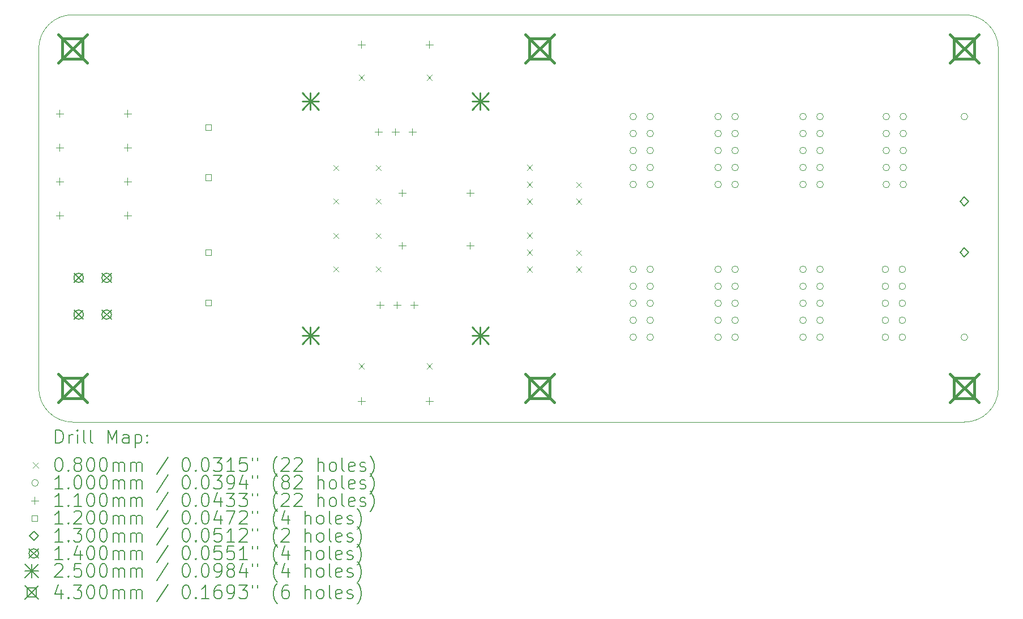
<source format=gbr>
%FSLAX45Y45*%
G04 Gerber Fmt 4.5, Leading zero omitted, Abs format (unit mm)*
G04 Created by KiCad (PCBNEW 6.0.5+dfsg-1~bpo11+1) date 2022-07-16 13:24:40*
%MOMM*%
%LPD*%
G01*
G04 APERTURE LIST*
%TA.AperFunction,Profile*%
%ADD10C,0.100000*%
%TD*%
%ADD11C,0.200000*%
%ADD12C,0.080000*%
%ADD13C,0.100000*%
%ADD14C,0.110000*%
%ADD15C,0.120000*%
%ADD16C,0.130000*%
%ADD17C,0.140000*%
%ADD18C,0.250000*%
%ADD19C,0.430000*%
G04 APERTURE END LIST*
D10*
X22326600Y-7645400D02*
G75*
G03*
X21818600Y-7137400I-508000J0D01*
G01*
X8483600Y-7137400D02*
G75*
G03*
X7975600Y-7645400I0J-508000D01*
G01*
X7975600Y-7645400D02*
X7975600Y-12725400D01*
X22326600Y-12725400D02*
X22326600Y-7645400D01*
X21818600Y-13233400D02*
G75*
G03*
X22326600Y-12725400I0J508000D01*
G01*
X7975600Y-12725400D02*
G75*
G03*
X8483600Y-13233400I508000J0D01*
G01*
X8483600Y-13233400D02*
X21818600Y-13233400D01*
X21818600Y-7137400D02*
X8483600Y-7137400D01*
D11*
D12*
X12380600Y-9387400D02*
X12460600Y-9467400D01*
X12460600Y-9387400D02*
X12380600Y-9467400D01*
X12380600Y-9887400D02*
X12460600Y-9967400D01*
X12460600Y-9887400D02*
X12380600Y-9967400D01*
X12380600Y-10403400D02*
X12460600Y-10483400D01*
X12460600Y-10403400D02*
X12380600Y-10483400D01*
X12380600Y-10903400D02*
X12460600Y-10983400D01*
X12460600Y-10903400D02*
X12380600Y-10983400D01*
X12761600Y-8037200D02*
X12841600Y-8117200D01*
X12841600Y-8037200D02*
X12761600Y-8117200D01*
X12761600Y-12355200D02*
X12841600Y-12435200D01*
X12841600Y-12355200D02*
X12761600Y-12435200D01*
X13015600Y-9387400D02*
X13095600Y-9467400D01*
X13095600Y-9387400D02*
X13015600Y-9467400D01*
X13015600Y-9887400D02*
X13095600Y-9967400D01*
X13095600Y-9887400D02*
X13015600Y-9967400D01*
X13015600Y-10403400D02*
X13095600Y-10483400D01*
X13095600Y-10403400D02*
X13015600Y-10483400D01*
X13015600Y-10903400D02*
X13095600Y-10983400D01*
X13095600Y-10903400D02*
X13015600Y-10983400D01*
X13777600Y-8037200D02*
X13857600Y-8117200D01*
X13857600Y-8037200D02*
X13777600Y-8117200D01*
X13777600Y-12355200D02*
X13857600Y-12435200D01*
X13857600Y-12355200D02*
X13777600Y-12435200D01*
X15276200Y-9382400D02*
X15356200Y-9462400D01*
X15356200Y-9382400D02*
X15276200Y-9462400D01*
X15276200Y-9636400D02*
X15356200Y-9716400D01*
X15356200Y-9636400D02*
X15276200Y-9716400D01*
X15276200Y-9890400D02*
X15356200Y-9970400D01*
X15356200Y-9890400D02*
X15276200Y-9970400D01*
X15276200Y-10399400D02*
X15356200Y-10479400D01*
X15356200Y-10399400D02*
X15276200Y-10479400D01*
X15276200Y-10653400D02*
X15356200Y-10733400D01*
X15356200Y-10653400D02*
X15276200Y-10733400D01*
X15276200Y-10907400D02*
X15356200Y-10987400D01*
X15356200Y-10907400D02*
X15276200Y-10987400D01*
X16012800Y-9641400D02*
X16092800Y-9721400D01*
X16092800Y-9641400D02*
X16012800Y-9721400D01*
X16012800Y-9891400D02*
X16092800Y-9971400D01*
X16092800Y-9891400D02*
X16012800Y-9971400D01*
X16012800Y-10657400D02*
X16092800Y-10737400D01*
X16092800Y-10657400D02*
X16012800Y-10737400D01*
X16012800Y-10907400D02*
X16092800Y-10987400D01*
X16092800Y-10907400D02*
X16012800Y-10987400D01*
D13*
X16915600Y-8661400D02*
G75*
G03*
X16915600Y-8661400I-50000J0D01*
G01*
X16915600Y-8915400D02*
G75*
G03*
X16915600Y-8915400I-50000J0D01*
G01*
X16915600Y-9169400D02*
G75*
G03*
X16915600Y-9169400I-50000J0D01*
G01*
X16915600Y-9423400D02*
G75*
G03*
X16915600Y-9423400I-50000J0D01*
G01*
X16915600Y-9677400D02*
G75*
G03*
X16915600Y-9677400I-50000J0D01*
G01*
X16915600Y-10947400D02*
G75*
G03*
X16915600Y-10947400I-50000J0D01*
G01*
X16915600Y-11201400D02*
G75*
G03*
X16915600Y-11201400I-50000J0D01*
G01*
X16915600Y-11455400D02*
G75*
G03*
X16915600Y-11455400I-50000J0D01*
G01*
X16915600Y-11709400D02*
G75*
G03*
X16915600Y-11709400I-50000J0D01*
G01*
X16915600Y-11963400D02*
G75*
G03*
X16915600Y-11963400I-50000J0D01*
G01*
X17169600Y-8661400D02*
G75*
G03*
X17169600Y-8661400I-50000J0D01*
G01*
X17169600Y-8915400D02*
G75*
G03*
X17169600Y-8915400I-50000J0D01*
G01*
X17169600Y-9169400D02*
G75*
G03*
X17169600Y-9169400I-50000J0D01*
G01*
X17169600Y-9423400D02*
G75*
G03*
X17169600Y-9423400I-50000J0D01*
G01*
X17169600Y-9677400D02*
G75*
G03*
X17169600Y-9677400I-50000J0D01*
G01*
X17169600Y-10947400D02*
G75*
G03*
X17169600Y-10947400I-50000J0D01*
G01*
X17169600Y-11201400D02*
G75*
G03*
X17169600Y-11201400I-50000J0D01*
G01*
X17169600Y-11455400D02*
G75*
G03*
X17169600Y-11455400I-50000J0D01*
G01*
X17169600Y-11709400D02*
G75*
G03*
X17169600Y-11709400I-50000J0D01*
G01*
X17169600Y-11963400D02*
G75*
G03*
X17169600Y-11963400I-50000J0D01*
G01*
X18185600Y-8661400D02*
G75*
G03*
X18185600Y-8661400I-50000J0D01*
G01*
X18185600Y-8915400D02*
G75*
G03*
X18185600Y-8915400I-50000J0D01*
G01*
X18185600Y-9169400D02*
G75*
G03*
X18185600Y-9169400I-50000J0D01*
G01*
X18185600Y-9423400D02*
G75*
G03*
X18185600Y-9423400I-50000J0D01*
G01*
X18185600Y-9677400D02*
G75*
G03*
X18185600Y-9677400I-50000J0D01*
G01*
X18185600Y-10947400D02*
G75*
G03*
X18185600Y-10947400I-50000J0D01*
G01*
X18185600Y-11201400D02*
G75*
G03*
X18185600Y-11201400I-50000J0D01*
G01*
X18185600Y-11455400D02*
G75*
G03*
X18185600Y-11455400I-50000J0D01*
G01*
X18185600Y-11709400D02*
G75*
G03*
X18185600Y-11709400I-50000J0D01*
G01*
X18185600Y-11963400D02*
G75*
G03*
X18185600Y-11963400I-50000J0D01*
G01*
X18439600Y-8661400D02*
G75*
G03*
X18439600Y-8661400I-50000J0D01*
G01*
X18439600Y-8915400D02*
G75*
G03*
X18439600Y-8915400I-50000J0D01*
G01*
X18439600Y-9169400D02*
G75*
G03*
X18439600Y-9169400I-50000J0D01*
G01*
X18439600Y-9423400D02*
G75*
G03*
X18439600Y-9423400I-50000J0D01*
G01*
X18439600Y-9677400D02*
G75*
G03*
X18439600Y-9677400I-50000J0D01*
G01*
X18439600Y-10947400D02*
G75*
G03*
X18439600Y-10947400I-50000J0D01*
G01*
X18439600Y-11201400D02*
G75*
G03*
X18439600Y-11201400I-50000J0D01*
G01*
X18439600Y-11455400D02*
G75*
G03*
X18439600Y-11455400I-50000J0D01*
G01*
X18439600Y-11709400D02*
G75*
G03*
X18439600Y-11709400I-50000J0D01*
G01*
X18439600Y-11963400D02*
G75*
G03*
X18439600Y-11963400I-50000J0D01*
G01*
X19455600Y-8661400D02*
G75*
G03*
X19455600Y-8661400I-50000J0D01*
G01*
X19455600Y-8915400D02*
G75*
G03*
X19455600Y-8915400I-50000J0D01*
G01*
X19455600Y-9169400D02*
G75*
G03*
X19455600Y-9169400I-50000J0D01*
G01*
X19455600Y-9423400D02*
G75*
G03*
X19455600Y-9423400I-50000J0D01*
G01*
X19455600Y-9677400D02*
G75*
G03*
X19455600Y-9677400I-50000J0D01*
G01*
X19455600Y-10947400D02*
G75*
G03*
X19455600Y-10947400I-50000J0D01*
G01*
X19455600Y-11201400D02*
G75*
G03*
X19455600Y-11201400I-50000J0D01*
G01*
X19455600Y-11455400D02*
G75*
G03*
X19455600Y-11455400I-50000J0D01*
G01*
X19455600Y-11709400D02*
G75*
G03*
X19455600Y-11709400I-50000J0D01*
G01*
X19455600Y-11963400D02*
G75*
G03*
X19455600Y-11963400I-50000J0D01*
G01*
X19709600Y-8661400D02*
G75*
G03*
X19709600Y-8661400I-50000J0D01*
G01*
X19709600Y-8915400D02*
G75*
G03*
X19709600Y-8915400I-50000J0D01*
G01*
X19709600Y-9169400D02*
G75*
G03*
X19709600Y-9169400I-50000J0D01*
G01*
X19709600Y-9423400D02*
G75*
G03*
X19709600Y-9423400I-50000J0D01*
G01*
X19709600Y-9677400D02*
G75*
G03*
X19709600Y-9677400I-50000J0D01*
G01*
X19709600Y-10947400D02*
G75*
G03*
X19709600Y-10947400I-50000J0D01*
G01*
X19709600Y-11201400D02*
G75*
G03*
X19709600Y-11201400I-50000J0D01*
G01*
X19709600Y-11455400D02*
G75*
G03*
X19709600Y-11455400I-50000J0D01*
G01*
X19709600Y-11709400D02*
G75*
G03*
X19709600Y-11709400I-50000J0D01*
G01*
X19709600Y-11963400D02*
G75*
G03*
X19709600Y-11963400I-50000J0D01*
G01*
X20687600Y-10947400D02*
G75*
G03*
X20687600Y-10947400I-50000J0D01*
G01*
X20687600Y-11201400D02*
G75*
G03*
X20687600Y-11201400I-50000J0D01*
G01*
X20687600Y-11455400D02*
G75*
G03*
X20687600Y-11455400I-50000J0D01*
G01*
X20687600Y-11709400D02*
G75*
G03*
X20687600Y-11709400I-50000J0D01*
G01*
X20687600Y-11963400D02*
G75*
G03*
X20687600Y-11963400I-50000J0D01*
G01*
X20700200Y-8661400D02*
G75*
G03*
X20700200Y-8661400I-50000J0D01*
G01*
X20700200Y-8915400D02*
G75*
G03*
X20700200Y-8915400I-50000J0D01*
G01*
X20700200Y-9169400D02*
G75*
G03*
X20700200Y-9169400I-50000J0D01*
G01*
X20700200Y-9423400D02*
G75*
G03*
X20700200Y-9423400I-50000J0D01*
G01*
X20700200Y-9677400D02*
G75*
G03*
X20700200Y-9677400I-50000J0D01*
G01*
X20941600Y-10947400D02*
G75*
G03*
X20941600Y-10947400I-50000J0D01*
G01*
X20941600Y-11201400D02*
G75*
G03*
X20941600Y-11201400I-50000J0D01*
G01*
X20941600Y-11455400D02*
G75*
G03*
X20941600Y-11455400I-50000J0D01*
G01*
X20941600Y-11709400D02*
G75*
G03*
X20941600Y-11709400I-50000J0D01*
G01*
X20941600Y-11963400D02*
G75*
G03*
X20941600Y-11963400I-50000J0D01*
G01*
X20954200Y-8661400D02*
G75*
G03*
X20954200Y-8661400I-50000J0D01*
G01*
X20954200Y-8915400D02*
G75*
G03*
X20954200Y-8915400I-50000J0D01*
G01*
X20954200Y-9169400D02*
G75*
G03*
X20954200Y-9169400I-50000J0D01*
G01*
X20954200Y-9423400D02*
G75*
G03*
X20954200Y-9423400I-50000J0D01*
G01*
X20954200Y-9677400D02*
G75*
G03*
X20954200Y-9677400I-50000J0D01*
G01*
X21868600Y-8661400D02*
G75*
G03*
X21868600Y-8661400I-50000J0D01*
G01*
X21868600Y-11963400D02*
G75*
G03*
X21868600Y-11963400I-50000J0D01*
G01*
D14*
X8287200Y-8560800D02*
X8287200Y-8670800D01*
X8232200Y-8615800D02*
X8342200Y-8615800D01*
X8287200Y-9068800D02*
X8287200Y-9178800D01*
X8232200Y-9123800D02*
X8342200Y-9123800D01*
X8287200Y-9576800D02*
X8287200Y-9686800D01*
X8232200Y-9631800D02*
X8342200Y-9631800D01*
X8287200Y-10084800D02*
X8287200Y-10194800D01*
X8232200Y-10139800D02*
X8342200Y-10139800D01*
X9303200Y-8560800D02*
X9303200Y-8670800D01*
X9248200Y-8615800D02*
X9358200Y-8615800D01*
X9303200Y-9068800D02*
X9303200Y-9178800D01*
X9248200Y-9123800D02*
X9358200Y-9123800D01*
X9303200Y-9576800D02*
X9303200Y-9686800D01*
X9248200Y-9631800D02*
X9358200Y-9631800D01*
X9303200Y-10084800D02*
X9303200Y-10194800D01*
X9248200Y-10139800D02*
X9358200Y-10139800D01*
X12801600Y-7526900D02*
X12801600Y-7636900D01*
X12746600Y-7581900D02*
X12856600Y-7581900D01*
X12801600Y-12860900D02*
X12801600Y-12970900D01*
X12746600Y-12915900D02*
X12856600Y-12915900D01*
X13055600Y-8835000D02*
X13055600Y-8945000D01*
X13000600Y-8890000D02*
X13110600Y-8890000D01*
X13081000Y-11425800D02*
X13081000Y-11535800D01*
X13026000Y-11480800D02*
X13136000Y-11480800D01*
X13309600Y-8835000D02*
X13309600Y-8945000D01*
X13254600Y-8890000D02*
X13364600Y-8890000D01*
X13335000Y-11425800D02*
X13335000Y-11535800D01*
X13280000Y-11480800D02*
X13390000Y-11480800D01*
X13411200Y-9749400D02*
X13411200Y-9859400D01*
X13356200Y-9804400D02*
X13466200Y-9804400D01*
X13411200Y-10536800D02*
X13411200Y-10646800D01*
X13356200Y-10591800D02*
X13466200Y-10591800D01*
X13563600Y-8835000D02*
X13563600Y-8945000D01*
X13508600Y-8890000D02*
X13618600Y-8890000D01*
X13589000Y-11425800D02*
X13589000Y-11535800D01*
X13534000Y-11480800D02*
X13644000Y-11480800D01*
X13817600Y-7526900D02*
X13817600Y-7636900D01*
X13762600Y-7581900D02*
X13872600Y-7581900D01*
X13817600Y-12860900D02*
X13817600Y-12970900D01*
X13762600Y-12915900D02*
X13872600Y-12915900D01*
X14427200Y-9749400D02*
X14427200Y-9859400D01*
X14372200Y-9804400D02*
X14482200Y-9804400D01*
X14427200Y-10536800D02*
X14427200Y-10646800D01*
X14372200Y-10591800D02*
X14482200Y-10591800D01*
D15*
X10558027Y-8864049D02*
X10558027Y-8779195D01*
X10473173Y-8779195D01*
X10473173Y-8864049D01*
X10558027Y-8864049D01*
X10558027Y-9614049D02*
X10558027Y-9529195D01*
X10473173Y-9529195D01*
X10473173Y-9614049D01*
X10558027Y-9614049D01*
X10558027Y-10735827D02*
X10558027Y-10650973D01*
X10473173Y-10650973D01*
X10473173Y-10735827D01*
X10558027Y-10735827D01*
X10558027Y-11485827D02*
X10558027Y-11400973D01*
X10473173Y-11400973D01*
X10473173Y-11485827D01*
X10558027Y-11485827D01*
D16*
X21818600Y-9996400D02*
X21883600Y-9931400D01*
X21818600Y-9866400D01*
X21753600Y-9931400D01*
X21818600Y-9996400D01*
X21818600Y-10758400D02*
X21883600Y-10693400D01*
X21818600Y-10628400D01*
X21753600Y-10693400D01*
X21818600Y-10758400D01*
D17*
X8501600Y-11004400D02*
X8641600Y-11144400D01*
X8641600Y-11004400D02*
X8501600Y-11144400D01*
X8641600Y-11074400D02*
G75*
G03*
X8641600Y-11074400I-70000J0D01*
G01*
X8501600Y-11554400D02*
X8641600Y-11694400D01*
X8641600Y-11554400D02*
X8501600Y-11694400D01*
X8641600Y-11624400D02*
G75*
G03*
X8641600Y-11624400I-70000J0D01*
G01*
X8921600Y-11004400D02*
X9061600Y-11144400D01*
X9061600Y-11004400D02*
X8921600Y-11144400D01*
X9061600Y-11074400D02*
G75*
G03*
X9061600Y-11074400I-70000J0D01*
G01*
X8921600Y-11554400D02*
X9061600Y-11694400D01*
X9061600Y-11554400D02*
X8921600Y-11694400D01*
X9061600Y-11624400D02*
G75*
G03*
X9061600Y-11624400I-70000J0D01*
G01*
D18*
X11914600Y-8307800D02*
X12164600Y-8557800D01*
X12164600Y-8307800D02*
X11914600Y-8557800D01*
X12039600Y-8307800D02*
X12039600Y-8557800D01*
X11914600Y-8432800D02*
X12164600Y-8432800D01*
X11914600Y-11813000D02*
X12164600Y-12063000D01*
X12164600Y-11813000D02*
X11914600Y-12063000D01*
X12039600Y-11813000D02*
X12039600Y-12063000D01*
X11914600Y-11938000D02*
X12164600Y-11938000D01*
X14454600Y-8307800D02*
X14704600Y-8557800D01*
X14704600Y-8307800D02*
X14454600Y-8557800D01*
X14579600Y-8307800D02*
X14579600Y-8557800D01*
X14454600Y-8432800D02*
X14704600Y-8432800D01*
X14454600Y-11813000D02*
X14704600Y-12063000D01*
X14704600Y-11813000D02*
X14454600Y-12063000D01*
X14579600Y-11813000D02*
X14579600Y-12063000D01*
X14454600Y-11938000D02*
X14704600Y-11938000D01*
D19*
X8268600Y-7430400D02*
X8698600Y-7860400D01*
X8698600Y-7430400D02*
X8268600Y-7860400D01*
X8635629Y-7797429D02*
X8635629Y-7493371D01*
X8331571Y-7493371D01*
X8331571Y-7797429D01*
X8635629Y-7797429D01*
X8268600Y-12510400D02*
X8698600Y-12940400D01*
X8698600Y-12510400D02*
X8268600Y-12940400D01*
X8635629Y-12877429D02*
X8635629Y-12573371D01*
X8331571Y-12573371D01*
X8331571Y-12877429D01*
X8635629Y-12877429D01*
X15253600Y-7430400D02*
X15683600Y-7860400D01*
X15683600Y-7430400D02*
X15253600Y-7860400D01*
X15620629Y-7797429D02*
X15620629Y-7493371D01*
X15316571Y-7493371D01*
X15316571Y-7797429D01*
X15620629Y-7797429D01*
X15253600Y-12510400D02*
X15683600Y-12940400D01*
X15683600Y-12510400D02*
X15253600Y-12940400D01*
X15620629Y-12877429D02*
X15620629Y-12573371D01*
X15316571Y-12573371D01*
X15316571Y-12877429D01*
X15620629Y-12877429D01*
X21603600Y-7430400D02*
X22033600Y-7860400D01*
X22033600Y-7430400D02*
X21603600Y-7860400D01*
X21970629Y-7797429D02*
X21970629Y-7493371D01*
X21666571Y-7493371D01*
X21666571Y-7797429D01*
X21970629Y-7797429D01*
X21603600Y-12510400D02*
X22033600Y-12940400D01*
X22033600Y-12510400D02*
X21603600Y-12940400D01*
X21970629Y-12877429D02*
X21970629Y-12573371D01*
X21666571Y-12573371D01*
X21666571Y-12877429D01*
X21970629Y-12877429D01*
D11*
X8228219Y-13548876D02*
X8228219Y-13348876D01*
X8275838Y-13348876D01*
X8304409Y-13358400D01*
X8323457Y-13377448D01*
X8332981Y-13396495D01*
X8342505Y-13434590D01*
X8342505Y-13463162D01*
X8332981Y-13501257D01*
X8323457Y-13520305D01*
X8304409Y-13539352D01*
X8275838Y-13548876D01*
X8228219Y-13548876D01*
X8428219Y-13548876D02*
X8428219Y-13415543D01*
X8428219Y-13453638D02*
X8437743Y-13434590D01*
X8447267Y-13425067D01*
X8466314Y-13415543D01*
X8485362Y-13415543D01*
X8552029Y-13548876D02*
X8552029Y-13415543D01*
X8552029Y-13348876D02*
X8542505Y-13358400D01*
X8552029Y-13367924D01*
X8561552Y-13358400D01*
X8552029Y-13348876D01*
X8552029Y-13367924D01*
X8675838Y-13548876D02*
X8656790Y-13539352D01*
X8647267Y-13520305D01*
X8647267Y-13348876D01*
X8780600Y-13548876D02*
X8761552Y-13539352D01*
X8752029Y-13520305D01*
X8752029Y-13348876D01*
X9009171Y-13548876D02*
X9009171Y-13348876D01*
X9075838Y-13491733D01*
X9142505Y-13348876D01*
X9142505Y-13548876D01*
X9323457Y-13548876D02*
X9323457Y-13444114D01*
X9313933Y-13425067D01*
X9294886Y-13415543D01*
X9256790Y-13415543D01*
X9237743Y-13425067D01*
X9323457Y-13539352D02*
X9304410Y-13548876D01*
X9256790Y-13548876D01*
X9237743Y-13539352D01*
X9228219Y-13520305D01*
X9228219Y-13501257D01*
X9237743Y-13482209D01*
X9256790Y-13472686D01*
X9304410Y-13472686D01*
X9323457Y-13463162D01*
X9418695Y-13415543D02*
X9418695Y-13615543D01*
X9418695Y-13425067D02*
X9437743Y-13415543D01*
X9475838Y-13415543D01*
X9494886Y-13425067D01*
X9504410Y-13434590D01*
X9513933Y-13453638D01*
X9513933Y-13510781D01*
X9504410Y-13529828D01*
X9494886Y-13539352D01*
X9475838Y-13548876D01*
X9437743Y-13548876D01*
X9418695Y-13539352D01*
X9599648Y-13529828D02*
X9609171Y-13539352D01*
X9599648Y-13548876D01*
X9590124Y-13539352D01*
X9599648Y-13529828D01*
X9599648Y-13548876D01*
X9599648Y-13425067D02*
X9609171Y-13434590D01*
X9599648Y-13444114D01*
X9590124Y-13434590D01*
X9599648Y-13425067D01*
X9599648Y-13444114D01*
D12*
X7890600Y-13838400D02*
X7970600Y-13918400D01*
X7970600Y-13838400D02*
X7890600Y-13918400D01*
D11*
X8266314Y-13768876D02*
X8285362Y-13768876D01*
X8304409Y-13778400D01*
X8313933Y-13787924D01*
X8323457Y-13806971D01*
X8332981Y-13845067D01*
X8332981Y-13892686D01*
X8323457Y-13930781D01*
X8313933Y-13949828D01*
X8304409Y-13959352D01*
X8285362Y-13968876D01*
X8266314Y-13968876D01*
X8247267Y-13959352D01*
X8237743Y-13949828D01*
X8228219Y-13930781D01*
X8218695Y-13892686D01*
X8218695Y-13845067D01*
X8228219Y-13806971D01*
X8237743Y-13787924D01*
X8247267Y-13778400D01*
X8266314Y-13768876D01*
X8418695Y-13949828D02*
X8428219Y-13959352D01*
X8418695Y-13968876D01*
X8409171Y-13959352D01*
X8418695Y-13949828D01*
X8418695Y-13968876D01*
X8542505Y-13854590D02*
X8523457Y-13845067D01*
X8513933Y-13835543D01*
X8504410Y-13816495D01*
X8504410Y-13806971D01*
X8513933Y-13787924D01*
X8523457Y-13778400D01*
X8542505Y-13768876D01*
X8580600Y-13768876D01*
X8599648Y-13778400D01*
X8609171Y-13787924D01*
X8618695Y-13806971D01*
X8618695Y-13816495D01*
X8609171Y-13835543D01*
X8599648Y-13845067D01*
X8580600Y-13854590D01*
X8542505Y-13854590D01*
X8523457Y-13864114D01*
X8513933Y-13873638D01*
X8504410Y-13892686D01*
X8504410Y-13930781D01*
X8513933Y-13949828D01*
X8523457Y-13959352D01*
X8542505Y-13968876D01*
X8580600Y-13968876D01*
X8599648Y-13959352D01*
X8609171Y-13949828D01*
X8618695Y-13930781D01*
X8618695Y-13892686D01*
X8609171Y-13873638D01*
X8599648Y-13864114D01*
X8580600Y-13854590D01*
X8742505Y-13768876D02*
X8761552Y-13768876D01*
X8780600Y-13778400D01*
X8790124Y-13787924D01*
X8799648Y-13806971D01*
X8809171Y-13845067D01*
X8809171Y-13892686D01*
X8799648Y-13930781D01*
X8790124Y-13949828D01*
X8780600Y-13959352D01*
X8761552Y-13968876D01*
X8742505Y-13968876D01*
X8723457Y-13959352D01*
X8713933Y-13949828D01*
X8704410Y-13930781D01*
X8694886Y-13892686D01*
X8694886Y-13845067D01*
X8704410Y-13806971D01*
X8713933Y-13787924D01*
X8723457Y-13778400D01*
X8742505Y-13768876D01*
X8932981Y-13768876D02*
X8952029Y-13768876D01*
X8971076Y-13778400D01*
X8980600Y-13787924D01*
X8990124Y-13806971D01*
X8999648Y-13845067D01*
X8999648Y-13892686D01*
X8990124Y-13930781D01*
X8980600Y-13949828D01*
X8971076Y-13959352D01*
X8952029Y-13968876D01*
X8932981Y-13968876D01*
X8913933Y-13959352D01*
X8904410Y-13949828D01*
X8894886Y-13930781D01*
X8885362Y-13892686D01*
X8885362Y-13845067D01*
X8894886Y-13806971D01*
X8904410Y-13787924D01*
X8913933Y-13778400D01*
X8932981Y-13768876D01*
X9085362Y-13968876D02*
X9085362Y-13835543D01*
X9085362Y-13854590D02*
X9094886Y-13845067D01*
X9113933Y-13835543D01*
X9142505Y-13835543D01*
X9161552Y-13845067D01*
X9171076Y-13864114D01*
X9171076Y-13968876D01*
X9171076Y-13864114D02*
X9180600Y-13845067D01*
X9199648Y-13835543D01*
X9228219Y-13835543D01*
X9247267Y-13845067D01*
X9256790Y-13864114D01*
X9256790Y-13968876D01*
X9352029Y-13968876D02*
X9352029Y-13835543D01*
X9352029Y-13854590D02*
X9361552Y-13845067D01*
X9380600Y-13835543D01*
X9409171Y-13835543D01*
X9428219Y-13845067D01*
X9437743Y-13864114D01*
X9437743Y-13968876D01*
X9437743Y-13864114D02*
X9447267Y-13845067D01*
X9466314Y-13835543D01*
X9494886Y-13835543D01*
X9513933Y-13845067D01*
X9523457Y-13864114D01*
X9523457Y-13968876D01*
X9913933Y-13759352D02*
X9742505Y-14016495D01*
X10171076Y-13768876D02*
X10190124Y-13768876D01*
X10209171Y-13778400D01*
X10218695Y-13787924D01*
X10228219Y-13806971D01*
X10237743Y-13845067D01*
X10237743Y-13892686D01*
X10228219Y-13930781D01*
X10218695Y-13949828D01*
X10209171Y-13959352D01*
X10190124Y-13968876D01*
X10171076Y-13968876D01*
X10152029Y-13959352D01*
X10142505Y-13949828D01*
X10132981Y-13930781D01*
X10123457Y-13892686D01*
X10123457Y-13845067D01*
X10132981Y-13806971D01*
X10142505Y-13787924D01*
X10152029Y-13778400D01*
X10171076Y-13768876D01*
X10323457Y-13949828D02*
X10332981Y-13959352D01*
X10323457Y-13968876D01*
X10313933Y-13959352D01*
X10323457Y-13949828D01*
X10323457Y-13968876D01*
X10456790Y-13768876D02*
X10475838Y-13768876D01*
X10494886Y-13778400D01*
X10504410Y-13787924D01*
X10513933Y-13806971D01*
X10523457Y-13845067D01*
X10523457Y-13892686D01*
X10513933Y-13930781D01*
X10504410Y-13949828D01*
X10494886Y-13959352D01*
X10475838Y-13968876D01*
X10456790Y-13968876D01*
X10437743Y-13959352D01*
X10428219Y-13949828D01*
X10418695Y-13930781D01*
X10409171Y-13892686D01*
X10409171Y-13845067D01*
X10418695Y-13806971D01*
X10428219Y-13787924D01*
X10437743Y-13778400D01*
X10456790Y-13768876D01*
X10590124Y-13768876D02*
X10713933Y-13768876D01*
X10647267Y-13845067D01*
X10675838Y-13845067D01*
X10694886Y-13854590D01*
X10704410Y-13864114D01*
X10713933Y-13883162D01*
X10713933Y-13930781D01*
X10704410Y-13949828D01*
X10694886Y-13959352D01*
X10675838Y-13968876D01*
X10618695Y-13968876D01*
X10599648Y-13959352D01*
X10590124Y-13949828D01*
X10904410Y-13968876D02*
X10790124Y-13968876D01*
X10847267Y-13968876D02*
X10847267Y-13768876D01*
X10828219Y-13797448D01*
X10809171Y-13816495D01*
X10790124Y-13826019D01*
X11085362Y-13768876D02*
X10990124Y-13768876D01*
X10980600Y-13864114D01*
X10990124Y-13854590D01*
X11009171Y-13845067D01*
X11056790Y-13845067D01*
X11075838Y-13854590D01*
X11085362Y-13864114D01*
X11094886Y-13883162D01*
X11094886Y-13930781D01*
X11085362Y-13949828D01*
X11075838Y-13959352D01*
X11056790Y-13968876D01*
X11009171Y-13968876D01*
X10990124Y-13959352D01*
X10980600Y-13949828D01*
X11171076Y-13768876D02*
X11171076Y-13806971D01*
X11247267Y-13768876D02*
X11247267Y-13806971D01*
X11542505Y-14045067D02*
X11532981Y-14035543D01*
X11513933Y-14006971D01*
X11504409Y-13987924D01*
X11494886Y-13959352D01*
X11485362Y-13911733D01*
X11485362Y-13873638D01*
X11494886Y-13826019D01*
X11504409Y-13797448D01*
X11513933Y-13778400D01*
X11532981Y-13749828D01*
X11542505Y-13740305D01*
X11609171Y-13787924D02*
X11618695Y-13778400D01*
X11637743Y-13768876D01*
X11685362Y-13768876D01*
X11704409Y-13778400D01*
X11713933Y-13787924D01*
X11723457Y-13806971D01*
X11723457Y-13826019D01*
X11713933Y-13854590D01*
X11599648Y-13968876D01*
X11723457Y-13968876D01*
X11799648Y-13787924D02*
X11809171Y-13778400D01*
X11828219Y-13768876D01*
X11875838Y-13768876D01*
X11894886Y-13778400D01*
X11904409Y-13787924D01*
X11913933Y-13806971D01*
X11913933Y-13826019D01*
X11904409Y-13854590D01*
X11790124Y-13968876D01*
X11913933Y-13968876D01*
X12152028Y-13968876D02*
X12152028Y-13768876D01*
X12237743Y-13968876D02*
X12237743Y-13864114D01*
X12228219Y-13845067D01*
X12209171Y-13835543D01*
X12180600Y-13835543D01*
X12161552Y-13845067D01*
X12152028Y-13854590D01*
X12361552Y-13968876D02*
X12342505Y-13959352D01*
X12332981Y-13949828D01*
X12323457Y-13930781D01*
X12323457Y-13873638D01*
X12332981Y-13854590D01*
X12342505Y-13845067D01*
X12361552Y-13835543D01*
X12390124Y-13835543D01*
X12409171Y-13845067D01*
X12418695Y-13854590D01*
X12428219Y-13873638D01*
X12428219Y-13930781D01*
X12418695Y-13949828D01*
X12409171Y-13959352D01*
X12390124Y-13968876D01*
X12361552Y-13968876D01*
X12542505Y-13968876D02*
X12523457Y-13959352D01*
X12513933Y-13940305D01*
X12513933Y-13768876D01*
X12694886Y-13959352D02*
X12675838Y-13968876D01*
X12637743Y-13968876D01*
X12618695Y-13959352D01*
X12609171Y-13940305D01*
X12609171Y-13864114D01*
X12618695Y-13845067D01*
X12637743Y-13835543D01*
X12675838Y-13835543D01*
X12694886Y-13845067D01*
X12704409Y-13864114D01*
X12704409Y-13883162D01*
X12609171Y-13902209D01*
X12780600Y-13959352D02*
X12799648Y-13968876D01*
X12837743Y-13968876D01*
X12856790Y-13959352D01*
X12866314Y-13940305D01*
X12866314Y-13930781D01*
X12856790Y-13911733D01*
X12837743Y-13902209D01*
X12809171Y-13902209D01*
X12790124Y-13892686D01*
X12780600Y-13873638D01*
X12780600Y-13864114D01*
X12790124Y-13845067D01*
X12809171Y-13835543D01*
X12837743Y-13835543D01*
X12856790Y-13845067D01*
X12932981Y-14045067D02*
X12942505Y-14035543D01*
X12961552Y-14006971D01*
X12971076Y-13987924D01*
X12980600Y-13959352D01*
X12990124Y-13911733D01*
X12990124Y-13873638D01*
X12980600Y-13826019D01*
X12971076Y-13797448D01*
X12961552Y-13778400D01*
X12942505Y-13749828D01*
X12932981Y-13740305D01*
D13*
X7970600Y-14142400D02*
G75*
G03*
X7970600Y-14142400I-50000J0D01*
G01*
D11*
X8332981Y-14232876D02*
X8218695Y-14232876D01*
X8275838Y-14232876D02*
X8275838Y-14032876D01*
X8256790Y-14061448D01*
X8237743Y-14080495D01*
X8218695Y-14090019D01*
X8418695Y-14213828D02*
X8428219Y-14223352D01*
X8418695Y-14232876D01*
X8409171Y-14223352D01*
X8418695Y-14213828D01*
X8418695Y-14232876D01*
X8552029Y-14032876D02*
X8571076Y-14032876D01*
X8590124Y-14042400D01*
X8599648Y-14051924D01*
X8609171Y-14070971D01*
X8618695Y-14109067D01*
X8618695Y-14156686D01*
X8609171Y-14194781D01*
X8599648Y-14213828D01*
X8590124Y-14223352D01*
X8571076Y-14232876D01*
X8552029Y-14232876D01*
X8532981Y-14223352D01*
X8523457Y-14213828D01*
X8513933Y-14194781D01*
X8504410Y-14156686D01*
X8504410Y-14109067D01*
X8513933Y-14070971D01*
X8523457Y-14051924D01*
X8532981Y-14042400D01*
X8552029Y-14032876D01*
X8742505Y-14032876D02*
X8761552Y-14032876D01*
X8780600Y-14042400D01*
X8790124Y-14051924D01*
X8799648Y-14070971D01*
X8809171Y-14109067D01*
X8809171Y-14156686D01*
X8799648Y-14194781D01*
X8790124Y-14213828D01*
X8780600Y-14223352D01*
X8761552Y-14232876D01*
X8742505Y-14232876D01*
X8723457Y-14223352D01*
X8713933Y-14213828D01*
X8704410Y-14194781D01*
X8694886Y-14156686D01*
X8694886Y-14109067D01*
X8704410Y-14070971D01*
X8713933Y-14051924D01*
X8723457Y-14042400D01*
X8742505Y-14032876D01*
X8932981Y-14032876D02*
X8952029Y-14032876D01*
X8971076Y-14042400D01*
X8980600Y-14051924D01*
X8990124Y-14070971D01*
X8999648Y-14109067D01*
X8999648Y-14156686D01*
X8990124Y-14194781D01*
X8980600Y-14213828D01*
X8971076Y-14223352D01*
X8952029Y-14232876D01*
X8932981Y-14232876D01*
X8913933Y-14223352D01*
X8904410Y-14213828D01*
X8894886Y-14194781D01*
X8885362Y-14156686D01*
X8885362Y-14109067D01*
X8894886Y-14070971D01*
X8904410Y-14051924D01*
X8913933Y-14042400D01*
X8932981Y-14032876D01*
X9085362Y-14232876D02*
X9085362Y-14099543D01*
X9085362Y-14118590D02*
X9094886Y-14109067D01*
X9113933Y-14099543D01*
X9142505Y-14099543D01*
X9161552Y-14109067D01*
X9171076Y-14128114D01*
X9171076Y-14232876D01*
X9171076Y-14128114D02*
X9180600Y-14109067D01*
X9199648Y-14099543D01*
X9228219Y-14099543D01*
X9247267Y-14109067D01*
X9256790Y-14128114D01*
X9256790Y-14232876D01*
X9352029Y-14232876D02*
X9352029Y-14099543D01*
X9352029Y-14118590D02*
X9361552Y-14109067D01*
X9380600Y-14099543D01*
X9409171Y-14099543D01*
X9428219Y-14109067D01*
X9437743Y-14128114D01*
X9437743Y-14232876D01*
X9437743Y-14128114D02*
X9447267Y-14109067D01*
X9466314Y-14099543D01*
X9494886Y-14099543D01*
X9513933Y-14109067D01*
X9523457Y-14128114D01*
X9523457Y-14232876D01*
X9913933Y-14023352D02*
X9742505Y-14280495D01*
X10171076Y-14032876D02*
X10190124Y-14032876D01*
X10209171Y-14042400D01*
X10218695Y-14051924D01*
X10228219Y-14070971D01*
X10237743Y-14109067D01*
X10237743Y-14156686D01*
X10228219Y-14194781D01*
X10218695Y-14213828D01*
X10209171Y-14223352D01*
X10190124Y-14232876D01*
X10171076Y-14232876D01*
X10152029Y-14223352D01*
X10142505Y-14213828D01*
X10132981Y-14194781D01*
X10123457Y-14156686D01*
X10123457Y-14109067D01*
X10132981Y-14070971D01*
X10142505Y-14051924D01*
X10152029Y-14042400D01*
X10171076Y-14032876D01*
X10323457Y-14213828D02*
X10332981Y-14223352D01*
X10323457Y-14232876D01*
X10313933Y-14223352D01*
X10323457Y-14213828D01*
X10323457Y-14232876D01*
X10456790Y-14032876D02*
X10475838Y-14032876D01*
X10494886Y-14042400D01*
X10504410Y-14051924D01*
X10513933Y-14070971D01*
X10523457Y-14109067D01*
X10523457Y-14156686D01*
X10513933Y-14194781D01*
X10504410Y-14213828D01*
X10494886Y-14223352D01*
X10475838Y-14232876D01*
X10456790Y-14232876D01*
X10437743Y-14223352D01*
X10428219Y-14213828D01*
X10418695Y-14194781D01*
X10409171Y-14156686D01*
X10409171Y-14109067D01*
X10418695Y-14070971D01*
X10428219Y-14051924D01*
X10437743Y-14042400D01*
X10456790Y-14032876D01*
X10590124Y-14032876D02*
X10713933Y-14032876D01*
X10647267Y-14109067D01*
X10675838Y-14109067D01*
X10694886Y-14118590D01*
X10704410Y-14128114D01*
X10713933Y-14147162D01*
X10713933Y-14194781D01*
X10704410Y-14213828D01*
X10694886Y-14223352D01*
X10675838Y-14232876D01*
X10618695Y-14232876D01*
X10599648Y-14223352D01*
X10590124Y-14213828D01*
X10809171Y-14232876D02*
X10847267Y-14232876D01*
X10866314Y-14223352D01*
X10875838Y-14213828D01*
X10894886Y-14185257D01*
X10904410Y-14147162D01*
X10904410Y-14070971D01*
X10894886Y-14051924D01*
X10885362Y-14042400D01*
X10866314Y-14032876D01*
X10828219Y-14032876D01*
X10809171Y-14042400D01*
X10799648Y-14051924D01*
X10790124Y-14070971D01*
X10790124Y-14118590D01*
X10799648Y-14137638D01*
X10809171Y-14147162D01*
X10828219Y-14156686D01*
X10866314Y-14156686D01*
X10885362Y-14147162D01*
X10894886Y-14137638D01*
X10904410Y-14118590D01*
X11075838Y-14099543D02*
X11075838Y-14232876D01*
X11028219Y-14023352D02*
X10980600Y-14166209D01*
X11104410Y-14166209D01*
X11171076Y-14032876D02*
X11171076Y-14070971D01*
X11247267Y-14032876D02*
X11247267Y-14070971D01*
X11542505Y-14309067D02*
X11532981Y-14299543D01*
X11513933Y-14270971D01*
X11504409Y-14251924D01*
X11494886Y-14223352D01*
X11485362Y-14175733D01*
X11485362Y-14137638D01*
X11494886Y-14090019D01*
X11504409Y-14061448D01*
X11513933Y-14042400D01*
X11532981Y-14013828D01*
X11542505Y-14004305D01*
X11647267Y-14118590D02*
X11628219Y-14109067D01*
X11618695Y-14099543D01*
X11609171Y-14080495D01*
X11609171Y-14070971D01*
X11618695Y-14051924D01*
X11628219Y-14042400D01*
X11647267Y-14032876D01*
X11685362Y-14032876D01*
X11704409Y-14042400D01*
X11713933Y-14051924D01*
X11723457Y-14070971D01*
X11723457Y-14080495D01*
X11713933Y-14099543D01*
X11704409Y-14109067D01*
X11685362Y-14118590D01*
X11647267Y-14118590D01*
X11628219Y-14128114D01*
X11618695Y-14137638D01*
X11609171Y-14156686D01*
X11609171Y-14194781D01*
X11618695Y-14213828D01*
X11628219Y-14223352D01*
X11647267Y-14232876D01*
X11685362Y-14232876D01*
X11704409Y-14223352D01*
X11713933Y-14213828D01*
X11723457Y-14194781D01*
X11723457Y-14156686D01*
X11713933Y-14137638D01*
X11704409Y-14128114D01*
X11685362Y-14118590D01*
X11799648Y-14051924D02*
X11809171Y-14042400D01*
X11828219Y-14032876D01*
X11875838Y-14032876D01*
X11894886Y-14042400D01*
X11904409Y-14051924D01*
X11913933Y-14070971D01*
X11913933Y-14090019D01*
X11904409Y-14118590D01*
X11790124Y-14232876D01*
X11913933Y-14232876D01*
X12152028Y-14232876D02*
X12152028Y-14032876D01*
X12237743Y-14232876D02*
X12237743Y-14128114D01*
X12228219Y-14109067D01*
X12209171Y-14099543D01*
X12180600Y-14099543D01*
X12161552Y-14109067D01*
X12152028Y-14118590D01*
X12361552Y-14232876D02*
X12342505Y-14223352D01*
X12332981Y-14213828D01*
X12323457Y-14194781D01*
X12323457Y-14137638D01*
X12332981Y-14118590D01*
X12342505Y-14109067D01*
X12361552Y-14099543D01*
X12390124Y-14099543D01*
X12409171Y-14109067D01*
X12418695Y-14118590D01*
X12428219Y-14137638D01*
X12428219Y-14194781D01*
X12418695Y-14213828D01*
X12409171Y-14223352D01*
X12390124Y-14232876D01*
X12361552Y-14232876D01*
X12542505Y-14232876D02*
X12523457Y-14223352D01*
X12513933Y-14204305D01*
X12513933Y-14032876D01*
X12694886Y-14223352D02*
X12675838Y-14232876D01*
X12637743Y-14232876D01*
X12618695Y-14223352D01*
X12609171Y-14204305D01*
X12609171Y-14128114D01*
X12618695Y-14109067D01*
X12637743Y-14099543D01*
X12675838Y-14099543D01*
X12694886Y-14109067D01*
X12704409Y-14128114D01*
X12704409Y-14147162D01*
X12609171Y-14166209D01*
X12780600Y-14223352D02*
X12799648Y-14232876D01*
X12837743Y-14232876D01*
X12856790Y-14223352D01*
X12866314Y-14204305D01*
X12866314Y-14194781D01*
X12856790Y-14175733D01*
X12837743Y-14166209D01*
X12809171Y-14166209D01*
X12790124Y-14156686D01*
X12780600Y-14137638D01*
X12780600Y-14128114D01*
X12790124Y-14109067D01*
X12809171Y-14099543D01*
X12837743Y-14099543D01*
X12856790Y-14109067D01*
X12932981Y-14309067D02*
X12942505Y-14299543D01*
X12961552Y-14270971D01*
X12971076Y-14251924D01*
X12980600Y-14223352D01*
X12990124Y-14175733D01*
X12990124Y-14137638D01*
X12980600Y-14090019D01*
X12971076Y-14061448D01*
X12961552Y-14042400D01*
X12942505Y-14013828D01*
X12932981Y-14004305D01*
D14*
X7915600Y-14351400D02*
X7915600Y-14461400D01*
X7860600Y-14406400D02*
X7970600Y-14406400D01*
D11*
X8332981Y-14496876D02*
X8218695Y-14496876D01*
X8275838Y-14496876D02*
X8275838Y-14296876D01*
X8256790Y-14325448D01*
X8237743Y-14344495D01*
X8218695Y-14354019D01*
X8418695Y-14477828D02*
X8428219Y-14487352D01*
X8418695Y-14496876D01*
X8409171Y-14487352D01*
X8418695Y-14477828D01*
X8418695Y-14496876D01*
X8618695Y-14496876D02*
X8504410Y-14496876D01*
X8561552Y-14496876D02*
X8561552Y-14296876D01*
X8542505Y-14325448D01*
X8523457Y-14344495D01*
X8504410Y-14354019D01*
X8742505Y-14296876D02*
X8761552Y-14296876D01*
X8780600Y-14306400D01*
X8790124Y-14315924D01*
X8799648Y-14334971D01*
X8809171Y-14373067D01*
X8809171Y-14420686D01*
X8799648Y-14458781D01*
X8790124Y-14477828D01*
X8780600Y-14487352D01*
X8761552Y-14496876D01*
X8742505Y-14496876D01*
X8723457Y-14487352D01*
X8713933Y-14477828D01*
X8704410Y-14458781D01*
X8694886Y-14420686D01*
X8694886Y-14373067D01*
X8704410Y-14334971D01*
X8713933Y-14315924D01*
X8723457Y-14306400D01*
X8742505Y-14296876D01*
X8932981Y-14296876D02*
X8952029Y-14296876D01*
X8971076Y-14306400D01*
X8980600Y-14315924D01*
X8990124Y-14334971D01*
X8999648Y-14373067D01*
X8999648Y-14420686D01*
X8990124Y-14458781D01*
X8980600Y-14477828D01*
X8971076Y-14487352D01*
X8952029Y-14496876D01*
X8932981Y-14496876D01*
X8913933Y-14487352D01*
X8904410Y-14477828D01*
X8894886Y-14458781D01*
X8885362Y-14420686D01*
X8885362Y-14373067D01*
X8894886Y-14334971D01*
X8904410Y-14315924D01*
X8913933Y-14306400D01*
X8932981Y-14296876D01*
X9085362Y-14496876D02*
X9085362Y-14363543D01*
X9085362Y-14382590D02*
X9094886Y-14373067D01*
X9113933Y-14363543D01*
X9142505Y-14363543D01*
X9161552Y-14373067D01*
X9171076Y-14392114D01*
X9171076Y-14496876D01*
X9171076Y-14392114D02*
X9180600Y-14373067D01*
X9199648Y-14363543D01*
X9228219Y-14363543D01*
X9247267Y-14373067D01*
X9256790Y-14392114D01*
X9256790Y-14496876D01*
X9352029Y-14496876D02*
X9352029Y-14363543D01*
X9352029Y-14382590D02*
X9361552Y-14373067D01*
X9380600Y-14363543D01*
X9409171Y-14363543D01*
X9428219Y-14373067D01*
X9437743Y-14392114D01*
X9437743Y-14496876D01*
X9437743Y-14392114D02*
X9447267Y-14373067D01*
X9466314Y-14363543D01*
X9494886Y-14363543D01*
X9513933Y-14373067D01*
X9523457Y-14392114D01*
X9523457Y-14496876D01*
X9913933Y-14287352D02*
X9742505Y-14544495D01*
X10171076Y-14296876D02*
X10190124Y-14296876D01*
X10209171Y-14306400D01*
X10218695Y-14315924D01*
X10228219Y-14334971D01*
X10237743Y-14373067D01*
X10237743Y-14420686D01*
X10228219Y-14458781D01*
X10218695Y-14477828D01*
X10209171Y-14487352D01*
X10190124Y-14496876D01*
X10171076Y-14496876D01*
X10152029Y-14487352D01*
X10142505Y-14477828D01*
X10132981Y-14458781D01*
X10123457Y-14420686D01*
X10123457Y-14373067D01*
X10132981Y-14334971D01*
X10142505Y-14315924D01*
X10152029Y-14306400D01*
X10171076Y-14296876D01*
X10323457Y-14477828D02*
X10332981Y-14487352D01*
X10323457Y-14496876D01*
X10313933Y-14487352D01*
X10323457Y-14477828D01*
X10323457Y-14496876D01*
X10456790Y-14296876D02*
X10475838Y-14296876D01*
X10494886Y-14306400D01*
X10504410Y-14315924D01*
X10513933Y-14334971D01*
X10523457Y-14373067D01*
X10523457Y-14420686D01*
X10513933Y-14458781D01*
X10504410Y-14477828D01*
X10494886Y-14487352D01*
X10475838Y-14496876D01*
X10456790Y-14496876D01*
X10437743Y-14487352D01*
X10428219Y-14477828D01*
X10418695Y-14458781D01*
X10409171Y-14420686D01*
X10409171Y-14373067D01*
X10418695Y-14334971D01*
X10428219Y-14315924D01*
X10437743Y-14306400D01*
X10456790Y-14296876D01*
X10694886Y-14363543D02*
X10694886Y-14496876D01*
X10647267Y-14287352D02*
X10599648Y-14430209D01*
X10723457Y-14430209D01*
X10780600Y-14296876D02*
X10904410Y-14296876D01*
X10837743Y-14373067D01*
X10866314Y-14373067D01*
X10885362Y-14382590D01*
X10894886Y-14392114D01*
X10904410Y-14411162D01*
X10904410Y-14458781D01*
X10894886Y-14477828D01*
X10885362Y-14487352D01*
X10866314Y-14496876D01*
X10809171Y-14496876D01*
X10790124Y-14487352D01*
X10780600Y-14477828D01*
X10971076Y-14296876D02*
X11094886Y-14296876D01*
X11028219Y-14373067D01*
X11056790Y-14373067D01*
X11075838Y-14382590D01*
X11085362Y-14392114D01*
X11094886Y-14411162D01*
X11094886Y-14458781D01*
X11085362Y-14477828D01*
X11075838Y-14487352D01*
X11056790Y-14496876D01*
X10999648Y-14496876D01*
X10980600Y-14487352D01*
X10971076Y-14477828D01*
X11171076Y-14296876D02*
X11171076Y-14334971D01*
X11247267Y-14296876D02*
X11247267Y-14334971D01*
X11542505Y-14573067D02*
X11532981Y-14563543D01*
X11513933Y-14534971D01*
X11504409Y-14515924D01*
X11494886Y-14487352D01*
X11485362Y-14439733D01*
X11485362Y-14401638D01*
X11494886Y-14354019D01*
X11504409Y-14325448D01*
X11513933Y-14306400D01*
X11532981Y-14277828D01*
X11542505Y-14268305D01*
X11609171Y-14315924D02*
X11618695Y-14306400D01*
X11637743Y-14296876D01*
X11685362Y-14296876D01*
X11704409Y-14306400D01*
X11713933Y-14315924D01*
X11723457Y-14334971D01*
X11723457Y-14354019D01*
X11713933Y-14382590D01*
X11599648Y-14496876D01*
X11723457Y-14496876D01*
X11799648Y-14315924D02*
X11809171Y-14306400D01*
X11828219Y-14296876D01*
X11875838Y-14296876D01*
X11894886Y-14306400D01*
X11904409Y-14315924D01*
X11913933Y-14334971D01*
X11913933Y-14354019D01*
X11904409Y-14382590D01*
X11790124Y-14496876D01*
X11913933Y-14496876D01*
X12152028Y-14496876D02*
X12152028Y-14296876D01*
X12237743Y-14496876D02*
X12237743Y-14392114D01*
X12228219Y-14373067D01*
X12209171Y-14363543D01*
X12180600Y-14363543D01*
X12161552Y-14373067D01*
X12152028Y-14382590D01*
X12361552Y-14496876D02*
X12342505Y-14487352D01*
X12332981Y-14477828D01*
X12323457Y-14458781D01*
X12323457Y-14401638D01*
X12332981Y-14382590D01*
X12342505Y-14373067D01*
X12361552Y-14363543D01*
X12390124Y-14363543D01*
X12409171Y-14373067D01*
X12418695Y-14382590D01*
X12428219Y-14401638D01*
X12428219Y-14458781D01*
X12418695Y-14477828D01*
X12409171Y-14487352D01*
X12390124Y-14496876D01*
X12361552Y-14496876D01*
X12542505Y-14496876D02*
X12523457Y-14487352D01*
X12513933Y-14468305D01*
X12513933Y-14296876D01*
X12694886Y-14487352D02*
X12675838Y-14496876D01*
X12637743Y-14496876D01*
X12618695Y-14487352D01*
X12609171Y-14468305D01*
X12609171Y-14392114D01*
X12618695Y-14373067D01*
X12637743Y-14363543D01*
X12675838Y-14363543D01*
X12694886Y-14373067D01*
X12704409Y-14392114D01*
X12704409Y-14411162D01*
X12609171Y-14430209D01*
X12780600Y-14487352D02*
X12799648Y-14496876D01*
X12837743Y-14496876D01*
X12856790Y-14487352D01*
X12866314Y-14468305D01*
X12866314Y-14458781D01*
X12856790Y-14439733D01*
X12837743Y-14430209D01*
X12809171Y-14430209D01*
X12790124Y-14420686D01*
X12780600Y-14401638D01*
X12780600Y-14392114D01*
X12790124Y-14373067D01*
X12809171Y-14363543D01*
X12837743Y-14363543D01*
X12856790Y-14373067D01*
X12932981Y-14573067D02*
X12942505Y-14563543D01*
X12961552Y-14534971D01*
X12971076Y-14515924D01*
X12980600Y-14487352D01*
X12990124Y-14439733D01*
X12990124Y-14401638D01*
X12980600Y-14354019D01*
X12971076Y-14325448D01*
X12961552Y-14306400D01*
X12942505Y-14277828D01*
X12932981Y-14268305D01*
D15*
X7953027Y-14712827D02*
X7953027Y-14627973D01*
X7868173Y-14627973D01*
X7868173Y-14712827D01*
X7953027Y-14712827D01*
D11*
X8332981Y-14760876D02*
X8218695Y-14760876D01*
X8275838Y-14760876D02*
X8275838Y-14560876D01*
X8256790Y-14589448D01*
X8237743Y-14608495D01*
X8218695Y-14618019D01*
X8418695Y-14741828D02*
X8428219Y-14751352D01*
X8418695Y-14760876D01*
X8409171Y-14751352D01*
X8418695Y-14741828D01*
X8418695Y-14760876D01*
X8504410Y-14579924D02*
X8513933Y-14570400D01*
X8532981Y-14560876D01*
X8580600Y-14560876D01*
X8599648Y-14570400D01*
X8609171Y-14579924D01*
X8618695Y-14598971D01*
X8618695Y-14618019D01*
X8609171Y-14646590D01*
X8494886Y-14760876D01*
X8618695Y-14760876D01*
X8742505Y-14560876D02*
X8761552Y-14560876D01*
X8780600Y-14570400D01*
X8790124Y-14579924D01*
X8799648Y-14598971D01*
X8809171Y-14637067D01*
X8809171Y-14684686D01*
X8799648Y-14722781D01*
X8790124Y-14741828D01*
X8780600Y-14751352D01*
X8761552Y-14760876D01*
X8742505Y-14760876D01*
X8723457Y-14751352D01*
X8713933Y-14741828D01*
X8704410Y-14722781D01*
X8694886Y-14684686D01*
X8694886Y-14637067D01*
X8704410Y-14598971D01*
X8713933Y-14579924D01*
X8723457Y-14570400D01*
X8742505Y-14560876D01*
X8932981Y-14560876D02*
X8952029Y-14560876D01*
X8971076Y-14570400D01*
X8980600Y-14579924D01*
X8990124Y-14598971D01*
X8999648Y-14637067D01*
X8999648Y-14684686D01*
X8990124Y-14722781D01*
X8980600Y-14741828D01*
X8971076Y-14751352D01*
X8952029Y-14760876D01*
X8932981Y-14760876D01*
X8913933Y-14751352D01*
X8904410Y-14741828D01*
X8894886Y-14722781D01*
X8885362Y-14684686D01*
X8885362Y-14637067D01*
X8894886Y-14598971D01*
X8904410Y-14579924D01*
X8913933Y-14570400D01*
X8932981Y-14560876D01*
X9085362Y-14760876D02*
X9085362Y-14627543D01*
X9085362Y-14646590D02*
X9094886Y-14637067D01*
X9113933Y-14627543D01*
X9142505Y-14627543D01*
X9161552Y-14637067D01*
X9171076Y-14656114D01*
X9171076Y-14760876D01*
X9171076Y-14656114D02*
X9180600Y-14637067D01*
X9199648Y-14627543D01*
X9228219Y-14627543D01*
X9247267Y-14637067D01*
X9256790Y-14656114D01*
X9256790Y-14760876D01*
X9352029Y-14760876D02*
X9352029Y-14627543D01*
X9352029Y-14646590D02*
X9361552Y-14637067D01*
X9380600Y-14627543D01*
X9409171Y-14627543D01*
X9428219Y-14637067D01*
X9437743Y-14656114D01*
X9437743Y-14760876D01*
X9437743Y-14656114D02*
X9447267Y-14637067D01*
X9466314Y-14627543D01*
X9494886Y-14627543D01*
X9513933Y-14637067D01*
X9523457Y-14656114D01*
X9523457Y-14760876D01*
X9913933Y-14551352D02*
X9742505Y-14808495D01*
X10171076Y-14560876D02*
X10190124Y-14560876D01*
X10209171Y-14570400D01*
X10218695Y-14579924D01*
X10228219Y-14598971D01*
X10237743Y-14637067D01*
X10237743Y-14684686D01*
X10228219Y-14722781D01*
X10218695Y-14741828D01*
X10209171Y-14751352D01*
X10190124Y-14760876D01*
X10171076Y-14760876D01*
X10152029Y-14751352D01*
X10142505Y-14741828D01*
X10132981Y-14722781D01*
X10123457Y-14684686D01*
X10123457Y-14637067D01*
X10132981Y-14598971D01*
X10142505Y-14579924D01*
X10152029Y-14570400D01*
X10171076Y-14560876D01*
X10323457Y-14741828D02*
X10332981Y-14751352D01*
X10323457Y-14760876D01*
X10313933Y-14751352D01*
X10323457Y-14741828D01*
X10323457Y-14760876D01*
X10456790Y-14560876D02*
X10475838Y-14560876D01*
X10494886Y-14570400D01*
X10504410Y-14579924D01*
X10513933Y-14598971D01*
X10523457Y-14637067D01*
X10523457Y-14684686D01*
X10513933Y-14722781D01*
X10504410Y-14741828D01*
X10494886Y-14751352D01*
X10475838Y-14760876D01*
X10456790Y-14760876D01*
X10437743Y-14751352D01*
X10428219Y-14741828D01*
X10418695Y-14722781D01*
X10409171Y-14684686D01*
X10409171Y-14637067D01*
X10418695Y-14598971D01*
X10428219Y-14579924D01*
X10437743Y-14570400D01*
X10456790Y-14560876D01*
X10694886Y-14627543D02*
X10694886Y-14760876D01*
X10647267Y-14551352D02*
X10599648Y-14694209D01*
X10723457Y-14694209D01*
X10780600Y-14560876D02*
X10913933Y-14560876D01*
X10828219Y-14760876D01*
X10980600Y-14579924D02*
X10990124Y-14570400D01*
X11009171Y-14560876D01*
X11056790Y-14560876D01*
X11075838Y-14570400D01*
X11085362Y-14579924D01*
X11094886Y-14598971D01*
X11094886Y-14618019D01*
X11085362Y-14646590D01*
X10971076Y-14760876D01*
X11094886Y-14760876D01*
X11171076Y-14560876D02*
X11171076Y-14598971D01*
X11247267Y-14560876D02*
X11247267Y-14598971D01*
X11542505Y-14837067D02*
X11532981Y-14827543D01*
X11513933Y-14798971D01*
X11504409Y-14779924D01*
X11494886Y-14751352D01*
X11485362Y-14703733D01*
X11485362Y-14665638D01*
X11494886Y-14618019D01*
X11504409Y-14589448D01*
X11513933Y-14570400D01*
X11532981Y-14541828D01*
X11542505Y-14532305D01*
X11704409Y-14627543D02*
X11704409Y-14760876D01*
X11656790Y-14551352D02*
X11609171Y-14694209D01*
X11732981Y-14694209D01*
X11961552Y-14760876D02*
X11961552Y-14560876D01*
X12047267Y-14760876D02*
X12047267Y-14656114D01*
X12037743Y-14637067D01*
X12018695Y-14627543D01*
X11990124Y-14627543D01*
X11971076Y-14637067D01*
X11961552Y-14646590D01*
X12171076Y-14760876D02*
X12152028Y-14751352D01*
X12142505Y-14741828D01*
X12132981Y-14722781D01*
X12132981Y-14665638D01*
X12142505Y-14646590D01*
X12152028Y-14637067D01*
X12171076Y-14627543D01*
X12199648Y-14627543D01*
X12218695Y-14637067D01*
X12228219Y-14646590D01*
X12237743Y-14665638D01*
X12237743Y-14722781D01*
X12228219Y-14741828D01*
X12218695Y-14751352D01*
X12199648Y-14760876D01*
X12171076Y-14760876D01*
X12352028Y-14760876D02*
X12332981Y-14751352D01*
X12323457Y-14732305D01*
X12323457Y-14560876D01*
X12504409Y-14751352D02*
X12485362Y-14760876D01*
X12447267Y-14760876D01*
X12428219Y-14751352D01*
X12418695Y-14732305D01*
X12418695Y-14656114D01*
X12428219Y-14637067D01*
X12447267Y-14627543D01*
X12485362Y-14627543D01*
X12504409Y-14637067D01*
X12513933Y-14656114D01*
X12513933Y-14675162D01*
X12418695Y-14694209D01*
X12590124Y-14751352D02*
X12609171Y-14760876D01*
X12647267Y-14760876D01*
X12666314Y-14751352D01*
X12675838Y-14732305D01*
X12675838Y-14722781D01*
X12666314Y-14703733D01*
X12647267Y-14694209D01*
X12618695Y-14694209D01*
X12599648Y-14684686D01*
X12590124Y-14665638D01*
X12590124Y-14656114D01*
X12599648Y-14637067D01*
X12618695Y-14627543D01*
X12647267Y-14627543D01*
X12666314Y-14637067D01*
X12742505Y-14837067D02*
X12752028Y-14827543D01*
X12771076Y-14798971D01*
X12780600Y-14779924D01*
X12790124Y-14751352D01*
X12799648Y-14703733D01*
X12799648Y-14665638D01*
X12790124Y-14618019D01*
X12780600Y-14589448D01*
X12771076Y-14570400D01*
X12752028Y-14541828D01*
X12742505Y-14532305D01*
D16*
X7905600Y-14999400D02*
X7970600Y-14934400D01*
X7905600Y-14869400D01*
X7840600Y-14934400D01*
X7905600Y-14999400D01*
D11*
X8332981Y-15024876D02*
X8218695Y-15024876D01*
X8275838Y-15024876D02*
X8275838Y-14824876D01*
X8256790Y-14853448D01*
X8237743Y-14872495D01*
X8218695Y-14882019D01*
X8418695Y-15005828D02*
X8428219Y-15015352D01*
X8418695Y-15024876D01*
X8409171Y-15015352D01*
X8418695Y-15005828D01*
X8418695Y-15024876D01*
X8494886Y-14824876D02*
X8618695Y-14824876D01*
X8552029Y-14901067D01*
X8580600Y-14901067D01*
X8599648Y-14910590D01*
X8609171Y-14920114D01*
X8618695Y-14939162D01*
X8618695Y-14986781D01*
X8609171Y-15005828D01*
X8599648Y-15015352D01*
X8580600Y-15024876D01*
X8523457Y-15024876D01*
X8504410Y-15015352D01*
X8494886Y-15005828D01*
X8742505Y-14824876D02*
X8761552Y-14824876D01*
X8780600Y-14834400D01*
X8790124Y-14843924D01*
X8799648Y-14862971D01*
X8809171Y-14901067D01*
X8809171Y-14948686D01*
X8799648Y-14986781D01*
X8790124Y-15005828D01*
X8780600Y-15015352D01*
X8761552Y-15024876D01*
X8742505Y-15024876D01*
X8723457Y-15015352D01*
X8713933Y-15005828D01*
X8704410Y-14986781D01*
X8694886Y-14948686D01*
X8694886Y-14901067D01*
X8704410Y-14862971D01*
X8713933Y-14843924D01*
X8723457Y-14834400D01*
X8742505Y-14824876D01*
X8932981Y-14824876D02*
X8952029Y-14824876D01*
X8971076Y-14834400D01*
X8980600Y-14843924D01*
X8990124Y-14862971D01*
X8999648Y-14901067D01*
X8999648Y-14948686D01*
X8990124Y-14986781D01*
X8980600Y-15005828D01*
X8971076Y-15015352D01*
X8952029Y-15024876D01*
X8932981Y-15024876D01*
X8913933Y-15015352D01*
X8904410Y-15005828D01*
X8894886Y-14986781D01*
X8885362Y-14948686D01*
X8885362Y-14901067D01*
X8894886Y-14862971D01*
X8904410Y-14843924D01*
X8913933Y-14834400D01*
X8932981Y-14824876D01*
X9085362Y-15024876D02*
X9085362Y-14891543D01*
X9085362Y-14910590D02*
X9094886Y-14901067D01*
X9113933Y-14891543D01*
X9142505Y-14891543D01*
X9161552Y-14901067D01*
X9171076Y-14920114D01*
X9171076Y-15024876D01*
X9171076Y-14920114D02*
X9180600Y-14901067D01*
X9199648Y-14891543D01*
X9228219Y-14891543D01*
X9247267Y-14901067D01*
X9256790Y-14920114D01*
X9256790Y-15024876D01*
X9352029Y-15024876D02*
X9352029Y-14891543D01*
X9352029Y-14910590D02*
X9361552Y-14901067D01*
X9380600Y-14891543D01*
X9409171Y-14891543D01*
X9428219Y-14901067D01*
X9437743Y-14920114D01*
X9437743Y-15024876D01*
X9437743Y-14920114D02*
X9447267Y-14901067D01*
X9466314Y-14891543D01*
X9494886Y-14891543D01*
X9513933Y-14901067D01*
X9523457Y-14920114D01*
X9523457Y-15024876D01*
X9913933Y-14815352D02*
X9742505Y-15072495D01*
X10171076Y-14824876D02*
X10190124Y-14824876D01*
X10209171Y-14834400D01*
X10218695Y-14843924D01*
X10228219Y-14862971D01*
X10237743Y-14901067D01*
X10237743Y-14948686D01*
X10228219Y-14986781D01*
X10218695Y-15005828D01*
X10209171Y-15015352D01*
X10190124Y-15024876D01*
X10171076Y-15024876D01*
X10152029Y-15015352D01*
X10142505Y-15005828D01*
X10132981Y-14986781D01*
X10123457Y-14948686D01*
X10123457Y-14901067D01*
X10132981Y-14862971D01*
X10142505Y-14843924D01*
X10152029Y-14834400D01*
X10171076Y-14824876D01*
X10323457Y-15005828D02*
X10332981Y-15015352D01*
X10323457Y-15024876D01*
X10313933Y-15015352D01*
X10323457Y-15005828D01*
X10323457Y-15024876D01*
X10456790Y-14824876D02*
X10475838Y-14824876D01*
X10494886Y-14834400D01*
X10504410Y-14843924D01*
X10513933Y-14862971D01*
X10523457Y-14901067D01*
X10523457Y-14948686D01*
X10513933Y-14986781D01*
X10504410Y-15005828D01*
X10494886Y-15015352D01*
X10475838Y-15024876D01*
X10456790Y-15024876D01*
X10437743Y-15015352D01*
X10428219Y-15005828D01*
X10418695Y-14986781D01*
X10409171Y-14948686D01*
X10409171Y-14901067D01*
X10418695Y-14862971D01*
X10428219Y-14843924D01*
X10437743Y-14834400D01*
X10456790Y-14824876D01*
X10704410Y-14824876D02*
X10609171Y-14824876D01*
X10599648Y-14920114D01*
X10609171Y-14910590D01*
X10628219Y-14901067D01*
X10675838Y-14901067D01*
X10694886Y-14910590D01*
X10704410Y-14920114D01*
X10713933Y-14939162D01*
X10713933Y-14986781D01*
X10704410Y-15005828D01*
X10694886Y-15015352D01*
X10675838Y-15024876D01*
X10628219Y-15024876D01*
X10609171Y-15015352D01*
X10599648Y-15005828D01*
X10904410Y-15024876D02*
X10790124Y-15024876D01*
X10847267Y-15024876D02*
X10847267Y-14824876D01*
X10828219Y-14853448D01*
X10809171Y-14872495D01*
X10790124Y-14882019D01*
X10980600Y-14843924D02*
X10990124Y-14834400D01*
X11009171Y-14824876D01*
X11056790Y-14824876D01*
X11075838Y-14834400D01*
X11085362Y-14843924D01*
X11094886Y-14862971D01*
X11094886Y-14882019D01*
X11085362Y-14910590D01*
X10971076Y-15024876D01*
X11094886Y-15024876D01*
X11171076Y-14824876D02*
X11171076Y-14862971D01*
X11247267Y-14824876D02*
X11247267Y-14862971D01*
X11542505Y-15101067D02*
X11532981Y-15091543D01*
X11513933Y-15062971D01*
X11504409Y-15043924D01*
X11494886Y-15015352D01*
X11485362Y-14967733D01*
X11485362Y-14929638D01*
X11494886Y-14882019D01*
X11504409Y-14853448D01*
X11513933Y-14834400D01*
X11532981Y-14805828D01*
X11542505Y-14796305D01*
X11609171Y-14843924D02*
X11618695Y-14834400D01*
X11637743Y-14824876D01*
X11685362Y-14824876D01*
X11704409Y-14834400D01*
X11713933Y-14843924D01*
X11723457Y-14862971D01*
X11723457Y-14882019D01*
X11713933Y-14910590D01*
X11599648Y-15024876D01*
X11723457Y-15024876D01*
X11961552Y-15024876D02*
X11961552Y-14824876D01*
X12047267Y-15024876D02*
X12047267Y-14920114D01*
X12037743Y-14901067D01*
X12018695Y-14891543D01*
X11990124Y-14891543D01*
X11971076Y-14901067D01*
X11961552Y-14910590D01*
X12171076Y-15024876D02*
X12152028Y-15015352D01*
X12142505Y-15005828D01*
X12132981Y-14986781D01*
X12132981Y-14929638D01*
X12142505Y-14910590D01*
X12152028Y-14901067D01*
X12171076Y-14891543D01*
X12199648Y-14891543D01*
X12218695Y-14901067D01*
X12228219Y-14910590D01*
X12237743Y-14929638D01*
X12237743Y-14986781D01*
X12228219Y-15005828D01*
X12218695Y-15015352D01*
X12199648Y-15024876D01*
X12171076Y-15024876D01*
X12352028Y-15024876D02*
X12332981Y-15015352D01*
X12323457Y-14996305D01*
X12323457Y-14824876D01*
X12504409Y-15015352D02*
X12485362Y-15024876D01*
X12447267Y-15024876D01*
X12428219Y-15015352D01*
X12418695Y-14996305D01*
X12418695Y-14920114D01*
X12428219Y-14901067D01*
X12447267Y-14891543D01*
X12485362Y-14891543D01*
X12504409Y-14901067D01*
X12513933Y-14920114D01*
X12513933Y-14939162D01*
X12418695Y-14958209D01*
X12590124Y-15015352D02*
X12609171Y-15024876D01*
X12647267Y-15024876D01*
X12666314Y-15015352D01*
X12675838Y-14996305D01*
X12675838Y-14986781D01*
X12666314Y-14967733D01*
X12647267Y-14958209D01*
X12618695Y-14958209D01*
X12599648Y-14948686D01*
X12590124Y-14929638D01*
X12590124Y-14920114D01*
X12599648Y-14901067D01*
X12618695Y-14891543D01*
X12647267Y-14891543D01*
X12666314Y-14901067D01*
X12742505Y-15101067D02*
X12752028Y-15091543D01*
X12771076Y-15062971D01*
X12780600Y-15043924D01*
X12790124Y-15015352D01*
X12799648Y-14967733D01*
X12799648Y-14929638D01*
X12790124Y-14882019D01*
X12780600Y-14853448D01*
X12771076Y-14834400D01*
X12752028Y-14805828D01*
X12742505Y-14796305D01*
D17*
X7830600Y-15128400D02*
X7970600Y-15268400D01*
X7970600Y-15128400D02*
X7830600Y-15268400D01*
X7970600Y-15198400D02*
G75*
G03*
X7970600Y-15198400I-70000J0D01*
G01*
D11*
X8332981Y-15288876D02*
X8218695Y-15288876D01*
X8275838Y-15288876D02*
X8275838Y-15088876D01*
X8256790Y-15117448D01*
X8237743Y-15136495D01*
X8218695Y-15146019D01*
X8418695Y-15269828D02*
X8428219Y-15279352D01*
X8418695Y-15288876D01*
X8409171Y-15279352D01*
X8418695Y-15269828D01*
X8418695Y-15288876D01*
X8599648Y-15155543D02*
X8599648Y-15288876D01*
X8552029Y-15079352D02*
X8504410Y-15222209D01*
X8628219Y-15222209D01*
X8742505Y-15088876D02*
X8761552Y-15088876D01*
X8780600Y-15098400D01*
X8790124Y-15107924D01*
X8799648Y-15126971D01*
X8809171Y-15165067D01*
X8809171Y-15212686D01*
X8799648Y-15250781D01*
X8790124Y-15269828D01*
X8780600Y-15279352D01*
X8761552Y-15288876D01*
X8742505Y-15288876D01*
X8723457Y-15279352D01*
X8713933Y-15269828D01*
X8704410Y-15250781D01*
X8694886Y-15212686D01*
X8694886Y-15165067D01*
X8704410Y-15126971D01*
X8713933Y-15107924D01*
X8723457Y-15098400D01*
X8742505Y-15088876D01*
X8932981Y-15088876D02*
X8952029Y-15088876D01*
X8971076Y-15098400D01*
X8980600Y-15107924D01*
X8990124Y-15126971D01*
X8999648Y-15165067D01*
X8999648Y-15212686D01*
X8990124Y-15250781D01*
X8980600Y-15269828D01*
X8971076Y-15279352D01*
X8952029Y-15288876D01*
X8932981Y-15288876D01*
X8913933Y-15279352D01*
X8904410Y-15269828D01*
X8894886Y-15250781D01*
X8885362Y-15212686D01*
X8885362Y-15165067D01*
X8894886Y-15126971D01*
X8904410Y-15107924D01*
X8913933Y-15098400D01*
X8932981Y-15088876D01*
X9085362Y-15288876D02*
X9085362Y-15155543D01*
X9085362Y-15174590D02*
X9094886Y-15165067D01*
X9113933Y-15155543D01*
X9142505Y-15155543D01*
X9161552Y-15165067D01*
X9171076Y-15184114D01*
X9171076Y-15288876D01*
X9171076Y-15184114D02*
X9180600Y-15165067D01*
X9199648Y-15155543D01*
X9228219Y-15155543D01*
X9247267Y-15165067D01*
X9256790Y-15184114D01*
X9256790Y-15288876D01*
X9352029Y-15288876D02*
X9352029Y-15155543D01*
X9352029Y-15174590D02*
X9361552Y-15165067D01*
X9380600Y-15155543D01*
X9409171Y-15155543D01*
X9428219Y-15165067D01*
X9437743Y-15184114D01*
X9437743Y-15288876D01*
X9437743Y-15184114D02*
X9447267Y-15165067D01*
X9466314Y-15155543D01*
X9494886Y-15155543D01*
X9513933Y-15165067D01*
X9523457Y-15184114D01*
X9523457Y-15288876D01*
X9913933Y-15079352D02*
X9742505Y-15336495D01*
X10171076Y-15088876D02*
X10190124Y-15088876D01*
X10209171Y-15098400D01*
X10218695Y-15107924D01*
X10228219Y-15126971D01*
X10237743Y-15165067D01*
X10237743Y-15212686D01*
X10228219Y-15250781D01*
X10218695Y-15269828D01*
X10209171Y-15279352D01*
X10190124Y-15288876D01*
X10171076Y-15288876D01*
X10152029Y-15279352D01*
X10142505Y-15269828D01*
X10132981Y-15250781D01*
X10123457Y-15212686D01*
X10123457Y-15165067D01*
X10132981Y-15126971D01*
X10142505Y-15107924D01*
X10152029Y-15098400D01*
X10171076Y-15088876D01*
X10323457Y-15269828D02*
X10332981Y-15279352D01*
X10323457Y-15288876D01*
X10313933Y-15279352D01*
X10323457Y-15269828D01*
X10323457Y-15288876D01*
X10456790Y-15088876D02*
X10475838Y-15088876D01*
X10494886Y-15098400D01*
X10504410Y-15107924D01*
X10513933Y-15126971D01*
X10523457Y-15165067D01*
X10523457Y-15212686D01*
X10513933Y-15250781D01*
X10504410Y-15269828D01*
X10494886Y-15279352D01*
X10475838Y-15288876D01*
X10456790Y-15288876D01*
X10437743Y-15279352D01*
X10428219Y-15269828D01*
X10418695Y-15250781D01*
X10409171Y-15212686D01*
X10409171Y-15165067D01*
X10418695Y-15126971D01*
X10428219Y-15107924D01*
X10437743Y-15098400D01*
X10456790Y-15088876D01*
X10704410Y-15088876D02*
X10609171Y-15088876D01*
X10599648Y-15184114D01*
X10609171Y-15174590D01*
X10628219Y-15165067D01*
X10675838Y-15165067D01*
X10694886Y-15174590D01*
X10704410Y-15184114D01*
X10713933Y-15203162D01*
X10713933Y-15250781D01*
X10704410Y-15269828D01*
X10694886Y-15279352D01*
X10675838Y-15288876D01*
X10628219Y-15288876D01*
X10609171Y-15279352D01*
X10599648Y-15269828D01*
X10894886Y-15088876D02*
X10799648Y-15088876D01*
X10790124Y-15184114D01*
X10799648Y-15174590D01*
X10818695Y-15165067D01*
X10866314Y-15165067D01*
X10885362Y-15174590D01*
X10894886Y-15184114D01*
X10904410Y-15203162D01*
X10904410Y-15250781D01*
X10894886Y-15269828D01*
X10885362Y-15279352D01*
X10866314Y-15288876D01*
X10818695Y-15288876D01*
X10799648Y-15279352D01*
X10790124Y-15269828D01*
X11094886Y-15288876D02*
X10980600Y-15288876D01*
X11037743Y-15288876D02*
X11037743Y-15088876D01*
X11018695Y-15117448D01*
X10999648Y-15136495D01*
X10980600Y-15146019D01*
X11171076Y-15088876D02*
X11171076Y-15126971D01*
X11247267Y-15088876D02*
X11247267Y-15126971D01*
X11542505Y-15365067D02*
X11532981Y-15355543D01*
X11513933Y-15326971D01*
X11504409Y-15307924D01*
X11494886Y-15279352D01*
X11485362Y-15231733D01*
X11485362Y-15193638D01*
X11494886Y-15146019D01*
X11504409Y-15117448D01*
X11513933Y-15098400D01*
X11532981Y-15069828D01*
X11542505Y-15060305D01*
X11704409Y-15155543D02*
X11704409Y-15288876D01*
X11656790Y-15079352D02*
X11609171Y-15222209D01*
X11732981Y-15222209D01*
X11961552Y-15288876D02*
X11961552Y-15088876D01*
X12047267Y-15288876D02*
X12047267Y-15184114D01*
X12037743Y-15165067D01*
X12018695Y-15155543D01*
X11990124Y-15155543D01*
X11971076Y-15165067D01*
X11961552Y-15174590D01*
X12171076Y-15288876D02*
X12152028Y-15279352D01*
X12142505Y-15269828D01*
X12132981Y-15250781D01*
X12132981Y-15193638D01*
X12142505Y-15174590D01*
X12152028Y-15165067D01*
X12171076Y-15155543D01*
X12199648Y-15155543D01*
X12218695Y-15165067D01*
X12228219Y-15174590D01*
X12237743Y-15193638D01*
X12237743Y-15250781D01*
X12228219Y-15269828D01*
X12218695Y-15279352D01*
X12199648Y-15288876D01*
X12171076Y-15288876D01*
X12352028Y-15288876D02*
X12332981Y-15279352D01*
X12323457Y-15260305D01*
X12323457Y-15088876D01*
X12504409Y-15279352D02*
X12485362Y-15288876D01*
X12447267Y-15288876D01*
X12428219Y-15279352D01*
X12418695Y-15260305D01*
X12418695Y-15184114D01*
X12428219Y-15165067D01*
X12447267Y-15155543D01*
X12485362Y-15155543D01*
X12504409Y-15165067D01*
X12513933Y-15184114D01*
X12513933Y-15203162D01*
X12418695Y-15222209D01*
X12590124Y-15279352D02*
X12609171Y-15288876D01*
X12647267Y-15288876D01*
X12666314Y-15279352D01*
X12675838Y-15260305D01*
X12675838Y-15250781D01*
X12666314Y-15231733D01*
X12647267Y-15222209D01*
X12618695Y-15222209D01*
X12599648Y-15212686D01*
X12590124Y-15193638D01*
X12590124Y-15184114D01*
X12599648Y-15165067D01*
X12618695Y-15155543D01*
X12647267Y-15155543D01*
X12666314Y-15165067D01*
X12742505Y-15365067D02*
X12752028Y-15355543D01*
X12771076Y-15326971D01*
X12780600Y-15307924D01*
X12790124Y-15279352D01*
X12799648Y-15231733D01*
X12799648Y-15193638D01*
X12790124Y-15146019D01*
X12780600Y-15117448D01*
X12771076Y-15098400D01*
X12752028Y-15069828D01*
X12742505Y-15060305D01*
X7770600Y-15362400D02*
X7970600Y-15562400D01*
X7970600Y-15362400D02*
X7770600Y-15562400D01*
X7870600Y-15362400D02*
X7870600Y-15562400D01*
X7770600Y-15462400D02*
X7970600Y-15462400D01*
X8218695Y-15371924D02*
X8228219Y-15362400D01*
X8247267Y-15352876D01*
X8294886Y-15352876D01*
X8313933Y-15362400D01*
X8323457Y-15371924D01*
X8332981Y-15390971D01*
X8332981Y-15410019D01*
X8323457Y-15438590D01*
X8209171Y-15552876D01*
X8332981Y-15552876D01*
X8418695Y-15533828D02*
X8428219Y-15543352D01*
X8418695Y-15552876D01*
X8409171Y-15543352D01*
X8418695Y-15533828D01*
X8418695Y-15552876D01*
X8609171Y-15352876D02*
X8513933Y-15352876D01*
X8504410Y-15448114D01*
X8513933Y-15438590D01*
X8532981Y-15429067D01*
X8580600Y-15429067D01*
X8599648Y-15438590D01*
X8609171Y-15448114D01*
X8618695Y-15467162D01*
X8618695Y-15514781D01*
X8609171Y-15533828D01*
X8599648Y-15543352D01*
X8580600Y-15552876D01*
X8532981Y-15552876D01*
X8513933Y-15543352D01*
X8504410Y-15533828D01*
X8742505Y-15352876D02*
X8761552Y-15352876D01*
X8780600Y-15362400D01*
X8790124Y-15371924D01*
X8799648Y-15390971D01*
X8809171Y-15429067D01*
X8809171Y-15476686D01*
X8799648Y-15514781D01*
X8790124Y-15533828D01*
X8780600Y-15543352D01*
X8761552Y-15552876D01*
X8742505Y-15552876D01*
X8723457Y-15543352D01*
X8713933Y-15533828D01*
X8704410Y-15514781D01*
X8694886Y-15476686D01*
X8694886Y-15429067D01*
X8704410Y-15390971D01*
X8713933Y-15371924D01*
X8723457Y-15362400D01*
X8742505Y-15352876D01*
X8932981Y-15352876D02*
X8952029Y-15352876D01*
X8971076Y-15362400D01*
X8980600Y-15371924D01*
X8990124Y-15390971D01*
X8999648Y-15429067D01*
X8999648Y-15476686D01*
X8990124Y-15514781D01*
X8980600Y-15533828D01*
X8971076Y-15543352D01*
X8952029Y-15552876D01*
X8932981Y-15552876D01*
X8913933Y-15543352D01*
X8904410Y-15533828D01*
X8894886Y-15514781D01*
X8885362Y-15476686D01*
X8885362Y-15429067D01*
X8894886Y-15390971D01*
X8904410Y-15371924D01*
X8913933Y-15362400D01*
X8932981Y-15352876D01*
X9085362Y-15552876D02*
X9085362Y-15419543D01*
X9085362Y-15438590D02*
X9094886Y-15429067D01*
X9113933Y-15419543D01*
X9142505Y-15419543D01*
X9161552Y-15429067D01*
X9171076Y-15448114D01*
X9171076Y-15552876D01*
X9171076Y-15448114D02*
X9180600Y-15429067D01*
X9199648Y-15419543D01*
X9228219Y-15419543D01*
X9247267Y-15429067D01*
X9256790Y-15448114D01*
X9256790Y-15552876D01*
X9352029Y-15552876D02*
X9352029Y-15419543D01*
X9352029Y-15438590D02*
X9361552Y-15429067D01*
X9380600Y-15419543D01*
X9409171Y-15419543D01*
X9428219Y-15429067D01*
X9437743Y-15448114D01*
X9437743Y-15552876D01*
X9437743Y-15448114D02*
X9447267Y-15429067D01*
X9466314Y-15419543D01*
X9494886Y-15419543D01*
X9513933Y-15429067D01*
X9523457Y-15448114D01*
X9523457Y-15552876D01*
X9913933Y-15343352D02*
X9742505Y-15600495D01*
X10171076Y-15352876D02*
X10190124Y-15352876D01*
X10209171Y-15362400D01*
X10218695Y-15371924D01*
X10228219Y-15390971D01*
X10237743Y-15429067D01*
X10237743Y-15476686D01*
X10228219Y-15514781D01*
X10218695Y-15533828D01*
X10209171Y-15543352D01*
X10190124Y-15552876D01*
X10171076Y-15552876D01*
X10152029Y-15543352D01*
X10142505Y-15533828D01*
X10132981Y-15514781D01*
X10123457Y-15476686D01*
X10123457Y-15429067D01*
X10132981Y-15390971D01*
X10142505Y-15371924D01*
X10152029Y-15362400D01*
X10171076Y-15352876D01*
X10323457Y-15533828D02*
X10332981Y-15543352D01*
X10323457Y-15552876D01*
X10313933Y-15543352D01*
X10323457Y-15533828D01*
X10323457Y-15552876D01*
X10456790Y-15352876D02*
X10475838Y-15352876D01*
X10494886Y-15362400D01*
X10504410Y-15371924D01*
X10513933Y-15390971D01*
X10523457Y-15429067D01*
X10523457Y-15476686D01*
X10513933Y-15514781D01*
X10504410Y-15533828D01*
X10494886Y-15543352D01*
X10475838Y-15552876D01*
X10456790Y-15552876D01*
X10437743Y-15543352D01*
X10428219Y-15533828D01*
X10418695Y-15514781D01*
X10409171Y-15476686D01*
X10409171Y-15429067D01*
X10418695Y-15390971D01*
X10428219Y-15371924D01*
X10437743Y-15362400D01*
X10456790Y-15352876D01*
X10618695Y-15552876D02*
X10656790Y-15552876D01*
X10675838Y-15543352D01*
X10685362Y-15533828D01*
X10704410Y-15505257D01*
X10713933Y-15467162D01*
X10713933Y-15390971D01*
X10704410Y-15371924D01*
X10694886Y-15362400D01*
X10675838Y-15352876D01*
X10637743Y-15352876D01*
X10618695Y-15362400D01*
X10609171Y-15371924D01*
X10599648Y-15390971D01*
X10599648Y-15438590D01*
X10609171Y-15457638D01*
X10618695Y-15467162D01*
X10637743Y-15476686D01*
X10675838Y-15476686D01*
X10694886Y-15467162D01*
X10704410Y-15457638D01*
X10713933Y-15438590D01*
X10828219Y-15438590D02*
X10809171Y-15429067D01*
X10799648Y-15419543D01*
X10790124Y-15400495D01*
X10790124Y-15390971D01*
X10799648Y-15371924D01*
X10809171Y-15362400D01*
X10828219Y-15352876D01*
X10866314Y-15352876D01*
X10885362Y-15362400D01*
X10894886Y-15371924D01*
X10904410Y-15390971D01*
X10904410Y-15400495D01*
X10894886Y-15419543D01*
X10885362Y-15429067D01*
X10866314Y-15438590D01*
X10828219Y-15438590D01*
X10809171Y-15448114D01*
X10799648Y-15457638D01*
X10790124Y-15476686D01*
X10790124Y-15514781D01*
X10799648Y-15533828D01*
X10809171Y-15543352D01*
X10828219Y-15552876D01*
X10866314Y-15552876D01*
X10885362Y-15543352D01*
X10894886Y-15533828D01*
X10904410Y-15514781D01*
X10904410Y-15476686D01*
X10894886Y-15457638D01*
X10885362Y-15448114D01*
X10866314Y-15438590D01*
X11075838Y-15419543D02*
X11075838Y-15552876D01*
X11028219Y-15343352D02*
X10980600Y-15486209D01*
X11104410Y-15486209D01*
X11171076Y-15352876D02*
X11171076Y-15390971D01*
X11247267Y-15352876D02*
X11247267Y-15390971D01*
X11542505Y-15629067D02*
X11532981Y-15619543D01*
X11513933Y-15590971D01*
X11504409Y-15571924D01*
X11494886Y-15543352D01*
X11485362Y-15495733D01*
X11485362Y-15457638D01*
X11494886Y-15410019D01*
X11504409Y-15381448D01*
X11513933Y-15362400D01*
X11532981Y-15333828D01*
X11542505Y-15324305D01*
X11704409Y-15419543D02*
X11704409Y-15552876D01*
X11656790Y-15343352D02*
X11609171Y-15486209D01*
X11732981Y-15486209D01*
X11961552Y-15552876D02*
X11961552Y-15352876D01*
X12047267Y-15552876D02*
X12047267Y-15448114D01*
X12037743Y-15429067D01*
X12018695Y-15419543D01*
X11990124Y-15419543D01*
X11971076Y-15429067D01*
X11961552Y-15438590D01*
X12171076Y-15552876D02*
X12152028Y-15543352D01*
X12142505Y-15533828D01*
X12132981Y-15514781D01*
X12132981Y-15457638D01*
X12142505Y-15438590D01*
X12152028Y-15429067D01*
X12171076Y-15419543D01*
X12199648Y-15419543D01*
X12218695Y-15429067D01*
X12228219Y-15438590D01*
X12237743Y-15457638D01*
X12237743Y-15514781D01*
X12228219Y-15533828D01*
X12218695Y-15543352D01*
X12199648Y-15552876D01*
X12171076Y-15552876D01*
X12352028Y-15552876D02*
X12332981Y-15543352D01*
X12323457Y-15524305D01*
X12323457Y-15352876D01*
X12504409Y-15543352D02*
X12485362Y-15552876D01*
X12447267Y-15552876D01*
X12428219Y-15543352D01*
X12418695Y-15524305D01*
X12418695Y-15448114D01*
X12428219Y-15429067D01*
X12447267Y-15419543D01*
X12485362Y-15419543D01*
X12504409Y-15429067D01*
X12513933Y-15448114D01*
X12513933Y-15467162D01*
X12418695Y-15486209D01*
X12590124Y-15543352D02*
X12609171Y-15552876D01*
X12647267Y-15552876D01*
X12666314Y-15543352D01*
X12675838Y-15524305D01*
X12675838Y-15514781D01*
X12666314Y-15495733D01*
X12647267Y-15486209D01*
X12618695Y-15486209D01*
X12599648Y-15476686D01*
X12590124Y-15457638D01*
X12590124Y-15448114D01*
X12599648Y-15429067D01*
X12618695Y-15419543D01*
X12647267Y-15419543D01*
X12666314Y-15429067D01*
X12742505Y-15629067D02*
X12752028Y-15619543D01*
X12771076Y-15590971D01*
X12780600Y-15571924D01*
X12790124Y-15543352D01*
X12799648Y-15495733D01*
X12799648Y-15457638D01*
X12790124Y-15410019D01*
X12780600Y-15381448D01*
X12771076Y-15362400D01*
X12752028Y-15333828D01*
X12742505Y-15324305D01*
X7770600Y-15682400D02*
X7970600Y-15882400D01*
X7970600Y-15682400D02*
X7770600Y-15882400D01*
X7941311Y-15853111D02*
X7941311Y-15711689D01*
X7799889Y-15711689D01*
X7799889Y-15853111D01*
X7941311Y-15853111D01*
X8313933Y-15739543D02*
X8313933Y-15872876D01*
X8266314Y-15663352D02*
X8218695Y-15806209D01*
X8342505Y-15806209D01*
X8418695Y-15853828D02*
X8428219Y-15863352D01*
X8418695Y-15872876D01*
X8409171Y-15863352D01*
X8418695Y-15853828D01*
X8418695Y-15872876D01*
X8494886Y-15672876D02*
X8618695Y-15672876D01*
X8552029Y-15749067D01*
X8580600Y-15749067D01*
X8599648Y-15758590D01*
X8609171Y-15768114D01*
X8618695Y-15787162D01*
X8618695Y-15834781D01*
X8609171Y-15853828D01*
X8599648Y-15863352D01*
X8580600Y-15872876D01*
X8523457Y-15872876D01*
X8504410Y-15863352D01*
X8494886Y-15853828D01*
X8742505Y-15672876D02*
X8761552Y-15672876D01*
X8780600Y-15682400D01*
X8790124Y-15691924D01*
X8799648Y-15710971D01*
X8809171Y-15749067D01*
X8809171Y-15796686D01*
X8799648Y-15834781D01*
X8790124Y-15853828D01*
X8780600Y-15863352D01*
X8761552Y-15872876D01*
X8742505Y-15872876D01*
X8723457Y-15863352D01*
X8713933Y-15853828D01*
X8704410Y-15834781D01*
X8694886Y-15796686D01*
X8694886Y-15749067D01*
X8704410Y-15710971D01*
X8713933Y-15691924D01*
X8723457Y-15682400D01*
X8742505Y-15672876D01*
X8932981Y-15672876D02*
X8952029Y-15672876D01*
X8971076Y-15682400D01*
X8980600Y-15691924D01*
X8990124Y-15710971D01*
X8999648Y-15749067D01*
X8999648Y-15796686D01*
X8990124Y-15834781D01*
X8980600Y-15853828D01*
X8971076Y-15863352D01*
X8952029Y-15872876D01*
X8932981Y-15872876D01*
X8913933Y-15863352D01*
X8904410Y-15853828D01*
X8894886Y-15834781D01*
X8885362Y-15796686D01*
X8885362Y-15749067D01*
X8894886Y-15710971D01*
X8904410Y-15691924D01*
X8913933Y-15682400D01*
X8932981Y-15672876D01*
X9085362Y-15872876D02*
X9085362Y-15739543D01*
X9085362Y-15758590D02*
X9094886Y-15749067D01*
X9113933Y-15739543D01*
X9142505Y-15739543D01*
X9161552Y-15749067D01*
X9171076Y-15768114D01*
X9171076Y-15872876D01*
X9171076Y-15768114D02*
X9180600Y-15749067D01*
X9199648Y-15739543D01*
X9228219Y-15739543D01*
X9247267Y-15749067D01*
X9256790Y-15768114D01*
X9256790Y-15872876D01*
X9352029Y-15872876D02*
X9352029Y-15739543D01*
X9352029Y-15758590D02*
X9361552Y-15749067D01*
X9380600Y-15739543D01*
X9409171Y-15739543D01*
X9428219Y-15749067D01*
X9437743Y-15768114D01*
X9437743Y-15872876D01*
X9437743Y-15768114D02*
X9447267Y-15749067D01*
X9466314Y-15739543D01*
X9494886Y-15739543D01*
X9513933Y-15749067D01*
X9523457Y-15768114D01*
X9523457Y-15872876D01*
X9913933Y-15663352D02*
X9742505Y-15920495D01*
X10171076Y-15672876D02*
X10190124Y-15672876D01*
X10209171Y-15682400D01*
X10218695Y-15691924D01*
X10228219Y-15710971D01*
X10237743Y-15749067D01*
X10237743Y-15796686D01*
X10228219Y-15834781D01*
X10218695Y-15853828D01*
X10209171Y-15863352D01*
X10190124Y-15872876D01*
X10171076Y-15872876D01*
X10152029Y-15863352D01*
X10142505Y-15853828D01*
X10132981Y-15834781D01*
X10123457Y-15796686D01*
X10123457Y-15749067D01*
X10132981Y-15710971D01*
X10142505Y-15691924D01*
X10152029Y-15682400D01*
X10171076Y-15672876D01*
X10323457Y-15853828D02*
X10332981Y-15863352D01*
X10323457Y-15872876D01*
X10313933Y-15863352D01*
X10323457Y-15853828D01*
X10323457Y-15872876D01*
X10523457Y-15872876D02*
X10409171Y-15872876D01*
X10466314Y-15872876D02*
X10466314Y-15672876D01*
X10447267Y-15701448D01*
X10428219Y-15720495D01*
X10409171Y-15730019D01*
X10694886Y-15672876D02*
X10656790Y-15672876D01*
X10637743Y-15682400D01*
X10628219Y-15691924D01*
X10609171Y-15720495D01*
X10599648Y-15758590D01*
X10599648Y-15834781D01*
X10609171Y-15853828D01*
X10618695Y-15863352D01*
X10637743Y-15872876D01*
X10675838Y-15872876D01*
X10694886Y-15863352D01*
X10704410Y-15853828D01*
X10713933Y-15834781D01*
X10713933Y-15787162D01*
X10704410Y-15768114D01*
X10694886Y-15758590D01*
X10675838Y-15749067D01*
X10637743Y-15749067D01*
X10618695Y-15758590D01*
X10609171Y-15768114D01*
X10599648Y-15787162D01*
X10809171Y-15872876D02*
X10847267Y-15872876D01*
X10866314Y-15863352D01*
X10875838Y-15853828D01*
X10894886Y-15825257D01*
X10904410Y-15787162D01*
X10904410Y-15710971D01*
X10894886Y-15691924D01*
X10885362Y-15682400D01*
X10866314Y-15672876D01*
X10828219Y-15672876D01*
X10809171Y-15682400D01*
X10799648Y-15691924D01*
X10790124Y-15710971D01*
X10790124Y-15758590D01*
X10799648Y-15777638D01*
X10809171Y-15787162D01*
X10828219Y-15796686D01*
X10866314Y-15796686D01*
X10885362Y-15787162D01*
X10894886Y-15777638D01*
X10904410Y-15758590D01*
X10971076Y-15672876D02*
X11094886Y-15672876D01*
X11028219Y-15749067D01*
X11056790Y-15749067D01*
X11075838Y-15758590D01*
X11085362Y-15768114D01*
X11094886Y-15787162D01*
X11094886Y-15834781D01*
X11085362Y-15853828D01*
X11075838Y-15863352D01*
X11056790Y-15872876D01*
X10999648Y-15872876D01*
X10980600Y-15863352D01*
X10971076Y-15853828D01*
X11171076Y-15672876D02*
X11171076Y-15710971D01*
X11247267Y-15672876D02*
X11247267Y-15710971D01*
X11542505Y-15949067D02*
X11532981Y-15939543D01*
X11513933Y-15910971D01*
X11504409Y-15891924D01*
X11494886Y-15863352D01*
X11485362Y-15815733D01*
X11485362Y-15777638D01*
X11494886Y-15730019D01*
X11504409Y-15701448D01*
X11513933Y-15682400D01*
X11532981Y-15653828D01*
X11542505Y-15644305D01*
X11704409Y-15672876D02*
X11666314Y-15672876D01*
X11647267Y-15682400D01*
X11637743Y-15691924D01*
X11618695Y-15720495D01*
X11609171Y-15758590D01*
X11609171Y-15834781D01*
X11618695Y-15853828D01*
X11628219Y-15863352D01*
X11647267Y-15872876D01*
X11685362Y-15872876D01*
X11704409Y-15863352D01*
X11713933Y-15853828D01*
X11723457Y-15834781D01*
X11723457Y-15787162D01*
X11713933Y-15768114D01*
X11704409Y-15758590D01*
X11685362Y-15749067D01*
X11647267Y-15749067D01*
X11628219Y-15758590D01*
X11618695Y-15768114D01*
X11609171Y-15787162D01*
X11961552Y-15872876D02*
X11961552Y-15672876D01*
X12047267Y-15872876D02*
X12047267Y-15768114D01*
X12037743Y-15749067D01*
X12018695Y-15739543D01*
X11990124Y-15739543D01*
X11971076Y-15749067D01*
X11961552Y-15758590D01*
X12171076Y-15872876D02*
X12152028Y-15863352D01*
X12142505Y-15853828D01*
X12132981Y-15834781D01*
X12132981Y-15777638D01*
X12142505Y-15758590D01*
X12152028Y-15749067D01*
X12171076Y-15739543D01*
X12199648Y-15739543D01*
X12218695Y-15749067D01*
X12228219Y-15758590D01*
X12237743Y-15777638D01*
X12237743Y-15834781D01*
X12228219Y-15853828D01*
X12218695Y-15863352D01*
X12199648Y-15872876D01*
X12171076Y-15872876D01*
X12352028Y-15872876D02*
X12332981Y-15863352D01*
X12323457Y-15844305D01*
X12323457Y-15672876D01*
X12504409Y-15863352D02*
X12485362Y-15872876D01*
X12447267Y-15872876D01*
X12428219Y-15863352D01*
X12418695Y-15844305D01*
X12418695Y-15768114D01*
X12428219Y-15749067D01*
X12447267Y-15739543D01*
X12485362Y-15739543D01*
X12504409Y-15749067D01*
X12513933Y-15768114D01*
X12513933Y-15787162D01*
X12418695Y-15806209D01*
X12590124Y-15863352D02*
X12609171Y-15872876D01*
X12647267Y-15872876D01*
X12666314Y-15863352D01*
X12675838Y-15844305D01*
X12675838Y-15834781D01*
X12666314Y-15815733D01*
X12647267Y-15806209D01*
X12618695Y-15806209D01*
X12599648Y-15796686D01*
X12590124Y-15777638D01*
X12590124Y-15768114D01*
X12599648Y-15749067D01*
X12618695Y-15739543D01*
X12647267Y-15739543D01*
X12666314Y-15749067D01*
X12742505Y-15949067D02*
X12752028Y-15939543D01*
X12771076Y-15910971D01*
X12780600Y-15891924D01*
X12790124Y-15863352D01*
X12799648Y-15815733D01*
X12799648Y-15777638D01*
X12790124Y-15730019D01*
X12780600Y-15701448D01*
X12771076Y-15682400D01*
X12752028Y-15653828D01*
X12742505Y-15644305D01*
M02*

</source>
